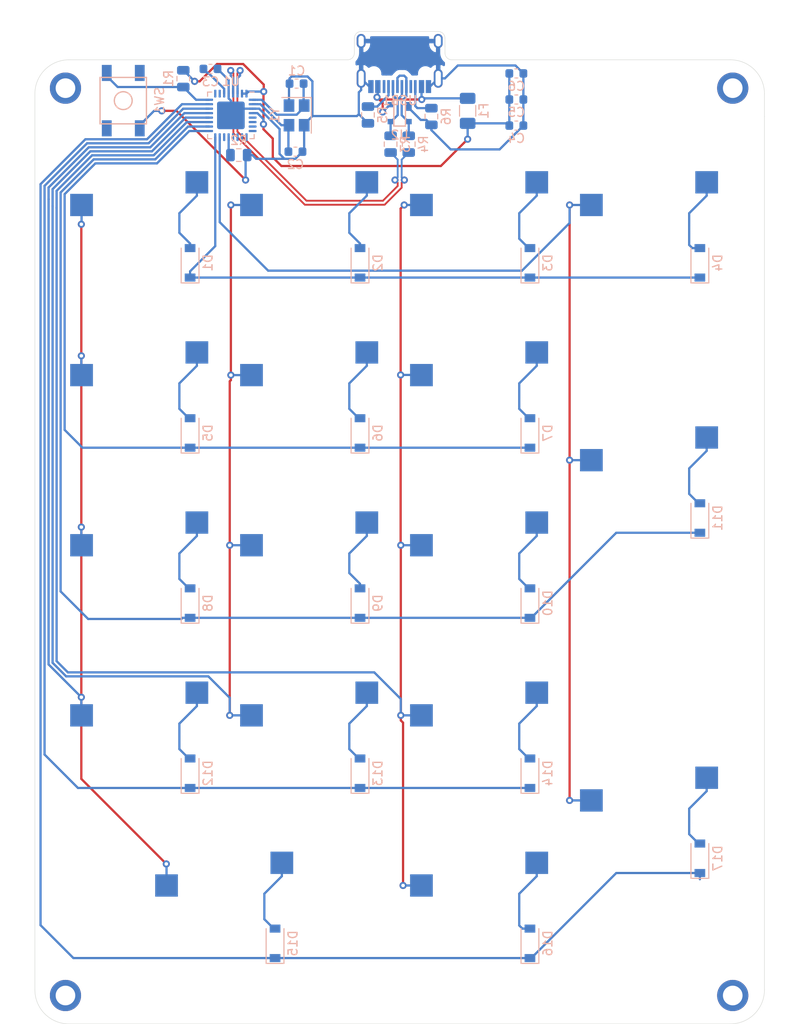
<source format=kicad_pcb>
(kicad_pcb (version 20171130) (host pcbnew "(5.1.4)-1")
  (layers (0 F.Cu signal) (31 B.Cu signal) (34 B.Paste user) (35 F.Paste user) (36 B.SilkS user) (37 F.SilkS user) (38 B.Mask user) (39 F.Mask user) (44 Edge.Cuts user))
  (net 0 "")
  (net 1 GND)
  (net 2 "Net-(C1-Pad1)")
  (net 3 "Net-(C2-Pad1)")
  (net 4 "Net-(C3-Pad1)")
  (net 5 +5V)
  (net 6 "Net-(D1-Pad2)")
  (net 7 ROW0)
  (net 8 "Net-(D2-Pad2)")
  (net 9 "Net-(D3-Pad2)")
  (net 10 "Net-(D4-Pad2)")
  (net 11 "Net-(D5-Pad2)")
  (net 12 ROW1)
  (net 13 "Net-(D6-Pad2)")
  (net 14 "Net-(D7-Pad2)")
  (net 15 "Net-(D8-Pad2)")
  (net 16 ROW2)
  (net 17 "Net-(D9-Pad2)")
  (net 18 "Net-(D10-Pad2)")
  (net 19 "Net-(D11-Pad2)")
  (net 20 "Net-(D12-Pad2)")
  (net 21 ROW3)
  (net 22 "Net-(D13-Pad2)")
  (net 23 "Net-(D14-Pad2)")
  (net 24 "Net-(D15-Pad2)")
  (net 25 ROW4)
  (net 26 "Net-(D16-Pad2)")
  (net 27 "Net-(D17-Pad2)")
  (net 28 VCC)
  (net 29 COL0)
  (net 30 COL2)
  (net 31 COL1)
  (net 32 COL3)
  (net 33 "Net-(R1-Pad2)")
  (net 34 "Net-(R2-Pad2)")
  (net 35 "Net-(R3-Pad2)")
  (net 36 D-)
  (net 37 "Net-(R4-Pad2)")
  (net 38 D+)
  (net 39 "Net-(R5-Pad2)")
  (net 40 "Net-(R6-Pad2)")
  (net 41 "Net-(U1-Pad26)")
  (net 42 "Net-(U1-Pad25)")
  (net 43 "Net-(U1-Pad12)")
  (net 44 "Net-(U1-Pad11)")
  (net 45 "Net-(U1-Pad10)")
  (net 46 "Net-(U1-Pad9)")
  (net 47 "Net-(U1-Pad8)")
  (net 48 "Net-(U1-Pad7)")
  (net 49 "Net-(U1-Pad6)")
  (net 50 "Net-(USB1-Pad3)")
  (net 51 "Net-(USB1-Pad9)")
  (net 52 "Net-(U1-Pad5)")
  (net 53 "Net-(U1-Pad14)")
  (module random-keyboard-parts:Generic-Mounthole (layer F.Cu) (at 114.681 142.875)
    (fp_text reference REF**)
    (fp_text value Generic-Mounthole)
    (pad 1 thru_hole circle (at 0 0) (size 3.5 3.5) (drill 2.2) (layers *.Cu *.Mask))
  )
  (module random-keyboard-parts:Generic-Mounthole (layer F.Cu) (at 189.484 142.875)
    (fp_text reference REF**)
    (fp_text value Generic-Mounthole)
    (pad 1 thru_hole circle (at 0 0) (size 3.5 3.5) (drill 2.2) (layers *.Cu *.Mask))
  )
  (module random-keyboard-parts:Generic-Mounthole (layer F.Cu) (at 189.484 41.275)
    (fp_text reference REF**)
    (fp_text value Generic-Mounthole)
    (pad 1 thru_hole circle (at 0 0) (size 3.5 3.5) (drill 2.2) (layers *.Cu *.Mask))
  )
  (module random-keyboard-parts:Generic-Mounthole (layer F.Cu) (at 114.681 41.275)
    (fp_text reference REF**)
    (fp_text value Generic-Mounthole)
    (pad 1 thru_hole circle (at 0 0) (size 3.5 3.5) (drill 2.2) (layers *.Cu *.Mask))
  )
  (module MX_Only:MXOnly-1U-Hotswap (layer F.Cu) (at 123.571 56.896)
    (fp_text reference K_numLock1)
    (fp_text value MX-NoLED)
    (pad 2 smd rect (at 5.842 -5.08) (size 2.55 2.5) (layers B.Cu B.Paste B.Mask) (net 6 "Net-(D1-Pad2)"))
    (pad 1 smd rect (at -7.085 -2.54) (size 2.55 2.5) (layers B.Cu B.Paste B.Mask) (net 29 COL0))
    (pad "" np_thru_hole circle (at 5.08 0 48.0996) (size 1.75 1.75) (drill 1.75) (layers *.Cu *.Mask))
    (pad "" np_thru_hole circle (at -5.08 0 48.0996) (size 1.75 1.75) (drill 1.75) (layers *.Cu *.Mask))
    (pad "" np_thru_hole circle (at -3.81 -2.54) (size 3 3) (drill 3) (layers *.Cu *.Mask))
    (pad "" np_thru_hole circle (at 0 0) (size 3.9878 3.9878) (drill 3.9878) (layers *.Cu *.Mask))
    (pad "" np_thru_hole circle (at 2.54 -5.08) (size 3 3) (drill 3) (layers *.Cu *.Mask))
  )
  (module MX_Only:MXOnly-1U-Hotswap (layer F.Cu) (at 142.621 56.896)
    (fp_text reference K_/1)
    (fp_text value MX-NoLED)
    (pad 2 smd rect (at 5.842 -5.08) (size 2.55 2.5) (layers B.Cu B.Paste B.Mask) (net 8 "Net-(D2-Pad2)"))
    (pad 1 smd rect (at -7.085 -2.54) (size 2.55 2.5) (layers B.Cu B.Paste B.Mask) (net 31 COL1))
    (pad "" np_thru_hole circle (at 5.08 0 48.0996) (size 1.75 1.75) (drill 1.75) (layers *.Cu *.Mask))
    (pad "" np_thru_hole circle (at -5.08 0 48.0996) (size 1.75 1.75) (drill 1.75) (layers *.Cu *.Mask))
    (pad "" np_thru_hole circle (at -3.81 -2.54) (size 3 3) (drill 3) (layers *.Cu *.Mask))
    (pad "" np_thru_hole circle (at 0 0) (size 3.9878 3.9878) (drill 3.9878) (layers *.Cu *.Mask))
    (pad "" np_thru_hole circle (at 2.54 -5.08) (size 3 3) (drill 3) (layers *.Cu *.Mask))
  )
  (module MX_Only:MXOnly-1U-Hotswap (layer F.Cu) (at 180.721 56.896)
    (fp_text reference K_-1)
    (fp_text value MX-NoLED)
    (pad 2 smd rect (at 5.842 -5.08) (size 2.55 2.5) (layers B.Cu B.Paste B.Mask) (net 10 "Net-(D4-Pad2)"))
    (pad 1 smd rect (at -7.085 -2.54) (size 2.55 2.5) (layers B.Cu B.Paste B.Mask) (net 32 COL3))
    (pad "" np_thru_hole circle (at 5.08 0 48.0996) (size 1.75 1.75) (drill 1.75) (layers *.Cu *.Mask))
    (pad "" np_thru_hole circle (at -5.08 0 48.0996) (size 1.75 1.75) (drill 1.75) (layers *.Cu *.Mask))
    (pad "" np_thru_hole circle (at -3.81 -2.54) (size 3 3) (drill 3) (layers *.Cu *.Mask))
    (pad "" np_thru_hole circle (at 0 0) (size 3.9878 3.9878) (drill 3.9878) (layers *.Cu *.Mask))
    (pad "" np_thru_hole circle (at 2.54 -5.08) (size 3 3) (drill 3) (layers *.Cu *.Mask))
  )
  (module Crystal:Crystal_SMD_3225-4Pin_3.2x2.5mm (layer B.Cu) (at 140.589 44.323 270)
    (fp_text reference Y1 (at 0 2.45 90) (layer B.SilkS) (effects (justify mirror)))
    (fp_text value Crystal_GND24_Small)
    (pad 4 smd rect (at -1.1 0.85 270) (size 1.4 1.2) (layers B.Cu B.Paste B.Mask) (net 1 GND))
    (pad 3 smd rect (at 1.1 0.85 270) (size 1.4 1.2) (layers B.Cu B.Paste B.Mask) (net 3 "Net-(C2-Pad1)"))
    (pad 2 smd rect (at 1.1 -0.85 270) (size 1.4 1.2) (layers B.Cu B.Paste B.Mask) (net 1 GND))
    (pad 1 smd rect (at -1.1 -0.85 270) (size 1.4 1.2) (layers B.Cu B.Paste B.Mask) (net 2 "Net-(C1-Pad1)"))
  )
  (module Type-C:HRO-TYPE-C-31-M-12 (layer B.Cu) (at 152.146 33.401)
    (fp_text reference USB1 (at 0 9.25) (layer B.SilkS) (effects (justify mirror)))
    (fp_text value HRO-TYPE-C-31-M-12)
    (pad 12 smd rect (at 3.225 7.695) (size 0.6 1.45) (layers B.Cu B.Paste B.Mask) (net 1 GND))
    (pad 1 smd rect (at -3.225 7.695) (size 0.6 1.45) (layers B.Cu B.Paste B.Mask) (net 1 GND))
    (pad 11 smd rect (at 2.45 7.695) (size 0.6 1.45) (layers B.Cu B.Paste B.Mask) (net 28 VCC))
    (pad 2 smd rect (at -2.45 7.695) (size 0.6 1.45) (layers B.Cu B.Paste B.Mask) (net 28 VCC))
    (pad 3 smd rect (at -1.75 7.695) (size 0.3 1.45) (layers B.Cu B.Paste B.Mask) (net 50 "Net-(USB1-Pad3)"))
    (pad 10 smd rect (at 1.75 7.695) (size 0.3 1.45) (layers B.Cu B.Paste B.Mask) (net 40 "Net-(R6-Pad2)"))
    (pad 4 smd rect (at -1.25 7.695) (size 0.3 1.45) (layers B.Cu B.Paste B.Mask) (net 39 "Net-(R5-Pad2)"))
    (pad 9 smd rect (at 1.25 7.695) (size 0.3 1.45) (layers B.Cu B.Paste B.Mask) (net 51 "Net-(USB1-Pad9)"))
    (pad 5 smd rect (at -0.75 7.695) (size 0.3 1.45) (layers B.Cu B.Paste B.Mask) (net 35 "Net-(R3-Pad2)"))
    (pad 8 smd rect (at 0.75 7.695) (size 0.3 1.45) (layers B.Cu B.Paste B.Mask) (net 37 "Net-(R4-Pad2)"))
    (pad 7 smd rect (at 0.25 7.695) (size 0.3 1.45) (layers B.Cu B.Paste B.Mask) (net 35 "Net-(R3-Pad2)"))
    (pad 6 smd rect (at -0.25 7.695) (size 0.3 1.45) (layers B.Cu B.Paste B.Mask) (net 37 "Net-(R4-Pad2)"))
    (pad "" np_thru_hole circle (at 2.89 6.25) (size 0.65 0.65) (drill 0.65) (layers *.Cu *.Mask))
    (pad "" np_thru_hole circle (at -2.89 6.25) (size 0.65 0.65) (drill 0.65) (layers *.Cu *.Mask))
    (pad 13 thru_hole oval (at -4.32 6.78) (size 1 2.1) (drill oval 0.6 1.7) (layers *.Cu F.Mask) (net 1 GND))
    (pad 13 thru_hole oval (at 4.32 6.78) (size 1 2.1) (drill oval 0.6 1.7) (layers *.Cu F.Mask) (net 1 GND))
    (pad 13 thru_hole oval (at -4.32 2.6) (size 1 1.6) (drill oval 0.6 1.2) (layers *.Cu F.Mask) (net 1 GND))
    (pad 13 thru_hole oval (at 4.32 2.6) (size 1 1.6) (drill oval 0.6 1.2) (layers *.Cu F.Mask) (net 1 GND))
  )
  (module random-keyboard-parts:SOT143B (layer B.Cu) (at 152.146 44.069 180)
    (fp_text reference U2 (at 0 -2.45) (layer B.SilkS) (effects (justify mirror)))
    (fp_text value PRTR5V0U2X)
    (pad 1 smd rect (at -1 0.75 270) (size 1 0.7) (layers B.Cu B.Paste B.Mask) (net 1 GND))
    (pad 4 smd rect (at 1 0.95 270) (size 0.6 0.7) (layers B.Cu B.Paste B.Mask) (net 28 VCC))
    (pad 2 smd rect (at -1 -0.95 270) (size 0.6 0.7) (layers B.Cu B.Paste B.Mask) (net 37 "Net-(R4-Pad2)"))
    (pad 3 smd rect (at 1 -0.95 270) (size 0.6 0.7) (layers B.Cu B.Paste B.Mask) (net 35 "Net-(R3-Pad2)"))
  )
  (module Package_DFN_QFN:QFN-32-1EP_5x5mm_P0.5mm_EP3.1x3.1mm (layer B.Cu) (at 133.223 44.323 180)
    (fp_text reference U1 (at 0 3.82) (layer B.SilkS) (effects (justify mirror)))
    (fp_text value ATmega32U2-MU)
    (pad 32 smd roundrect (at -1.75 2.4375 180) (size 0.25 0.875) (layers B.Cu B.Paste B.Mask) (net 5 +5V))
    (pad 31 smd roundrect (at -1.25 2.4375 180) (size 0.25 0.875) (layers B.Cu B.Paste B.Mask) (net 5 +5V))
    (pad 30 smd roundrect (at -0.75 2.4375 180) (size 0.25 0.875) (layers B.Cu B.Paste B.Mask) (net 36 D-))
    (pad 29 smd roundrect (at -0.25 2.4375 180) (size 0.25 0.875) (layers B.Cu B.Paste B.Mask) (net 38 D+))
    (pad 28 smd roundrect (at 0.25 2.4375 180) (size 0.25 0.875) (layers B.Cu B.Paste B.Mask) (net 1 GND))
    (pad 27 smd roundrect (at 0.75 2.4375 180) (size 0.25 0.875) (layers B.Cu B.Paste B.Mask) (net 4 "Net-(C3-Pad1)"))
    (pad 26 smd roundrect (at 1.25 2.4375 180) (size 0.25 0.875) (layers B.Cu B.Paste B.Mask) (net 41 "Net-(U1-Pad26)"))
    (pad 25 smd roundrect (at 1.75 2.4375 180) (size 0.25 0.875) (layers B.Cu B.Paste B.Mask) (net 42 "Net-(U1-Pad25)"))
    (pad 24 smd roundrect (at 2.4375 1.75 180) (size 0.875 0.25) (layers B.Cu B.Paste B.Mask) (net 33 "Net-(R1-Pad2)"))
    (pad 23 smd roundrect (at 2.4375 1.25 180) (size 0.875 0.25) (layers B.Cu B.Paste B.Mask) (net 25 ROW4))
    (pad 22 smd roundrect (at 2.4375 0.75 180) (size 0.875 0.25) (layers B.Cu B.Paste B.Mask) (net 21 ROW3))
    (pad 21 smd roundrect (at 2.4375 0.25 180) (size 0.875 0.25) (layers B.Cu B.Paste B.Mask) (net 29 COL0))
    (pad 20 smd roundrect (at 2.4375 -0.25 180) (size 0.875 0.25) (layers B.Cu B.Paste B.Mask) (net 31 COL1))
    (pad 19 smd roundrect (at 2.4375 -0.75 180) (size 0.875 0.25) (layers B.Cu B.Paste B.Mask) (net 30 COL2))
    (pad 18 smd roundrect (at 2.4375 -1.25 180) (size 0.875 0.25) (layers B.Cu B.Paste B.Mask) (net 16 ROW2))
    (pad 17 smd roundrect (at 2.4375 -1.75 180) (size 0.875 0.25) (layers B.Cu B.Paste B.Mask) (net 12 ROW1))
    (pad 16 smd roundrect (at 1.75 -2.4375 180) (size 0.25 0.875) (layers B.Cu B.Paste B.Mask) (net 7 ROW0))
    (pad 15 smd roundrect (at 1.25 -2.4375 180) (size 0.25 0.875) (layers B.Cu B.Paste B.Mask) (net 32 COL3))
    (pad 14 smd roundrect (at 0.75 -2.4375 180) (size 0.25 0.875) (layers B.Cu B.Paste B.Mask) (net 53 "Net-(U1-Pad14)"))
    (pad 13 smd roundrect (at 0.25 -2.4375 180) (size 0.25 0.875) (layers B.Cu B.Paste B.Mask) (net 34 "Net-(R2-Pad2)"))
    (pad 12 smd roundrect (at -0.25 -2.4375 180) (size 0.25 0.875) (layers B.Cu B.Paste B.Mask) (net 43 "Net-(U1-Pad12)"))
    (pad 11 smd roundrect (at -0.75 -2.4375 180) (size 0.25 0.875) (layers B.Cu B.Paste B.Mask) (net 44 "Net-(U1-Pad11)"))
    (pad 10 smd roundrect (at -1.25 -2.4375 180) (size 0.25 0.875) (layers B.Cu B.Paste B.Mask) (net 45 "Net-(U1-Pad10)"))
    (pad 9 smd roundrect (at -1.75 -2.4375 180) (size 0.25 0.875) (layers B.Cu B.Paste B.Mask) (net 46 "Net-(U1-Pad9)"))
    (pad 8 smd roundrect (at -2.4375 -1.75 180) (size 0.875 0.25) (layers B.Cu B.Paste B.Mask) (net 47 "Net-(U1-Pad8)"))
    (pad 7 smd roundrect (at -2.4375 -1.25 180) (size 0.875 0.25) (layers B.Cu B.Paste B.Mask) (net 48 "Net-(U1-Pad7)"))
    (pad 6 smd roundrect (at -2.4375 -0.75 180) (size 0.875 0.25) (layers B.Cu B.Paste B.Mask) (net 49 "Net-(U1-Pad6)"))
    (pad 5 smd roundrect (at -2.4375 -0.25 180) (size 0.875 0.25) (layers B.Cu B.Paste B.Mask) (net 52 "Net-(U1-Pad5)"))
    (pad 4 smd roundrect (at -2.4375 0.25 180) (size 0.875 0.25) (layers B.Cu B.Paste B.Mask) (net 5 +5V))
    (pad 3 smd roundrect (at -2.4375 0.75 180) (size 0.875 0.25) (layers B.Cu B.Paste B.Mask) (net 1 GND))
    (pad 2 smd roundrect (at -2.4375 1.25 180) (size 0.875 0.25) (layers B.Cu B.Paste B.Mask) (net 3 "Net-(C2-Pad1)"))
    (pad 1 smd roundrect (at -2.4375 1.75 180) (size 0.875 0.25) (layers B.Cu B.Paste B.Mask) (net 2 "Net-(C1-Pad1)"))
    (pad 33 smd roundrect (at 0 0 180) (size 3.1 3.1) (layers B.Cu B.Mask) (roundrect_rratio 0.08064499999999999) (net 1 GND))
  )
  (module random-keyboard-parts:SKQG-1155865 (layer B.Cu) (at 121.158 42.672 270)
    (fp_text reference SW1 (at 0 -4.064 90) (layer B.SilkS) (effects (justify mirror)))
    (fp_text value SW_Push)
    (pad 4 smd rect (at -3.1 -1.85 270) (size 1.8 1.1) (layers B.Cu B.Paste B.Mask))
    (pad 3 smd rect (at 3.1 1.85 270) (size 1.8 1.1) (layers B.Cu B.Paste B.Mask))
    (pad 2 smd rect (at -3.1 1.85 270) (size 1.8 1.1) (layers B.Cu B.Paste B.Mask) (net 33 "Net-(R1-Pad2)"))
    (pad 1 smd rect (at 3.1 -1.85 270) (size 1.8 1.1) (layers B.Cu B.Paste B.Mask) (net 1 GND))
  )
  (module Resistor_SMD:R_0805_2012Metric (layer B.Cu) (at 155.702 44.45 90)
    (fp_text reference R6 (at 0 1.65 90) (layer B.SilkS) (effects (justify mirror)))
    (fp_text value 5.1k)
    (pad 2 smd roundrect (at 0.9375 0 90) (size 0.975 1.4) (layers B.Cu B.Paste B.Mask) (net 40 "Net-(R6-Pad2)"))
    (pad 1 smd roundrect (at -0.9375 0 90) (size 0.975 1.4) (layers B.Cu B.Paste B.Mask) (net 1 GND))
  )
  (module Resistor_SMD:R_0805_2012Metric (layer B.Cu) (at 148.59 44.2745 90)
    (fp_text reference R5 (at 0 1.65 90) (layer B.SilkS) (effects (justify mirror)))
    (fp_text value 5.1k)
    (pad 2 smd roundrect (at 0.9375 0 90) (size 0.975 1.4) (layers B.Cu B.Paste B.Mask) (net 39 "Net-(R5-Pad2)"))
    (pad 1 smd roundrect (at -0.9375 0 90) (size 0.975 1.4) (layers B.Cu B.Paste B.Mask) (net 1 GND))
  )
  (module Resistor_SMD:R_0805_2012Metric (layer B.Cu) (at 153.162 47.5465 90)
    (fp_text reference R4 (at 0 1.65 90) (layer B.SilkS) (effects (justify mirror)))
    (fp_text value 22)
    (pad 2 smd roundrect (at 0.9375 0 90) (size 0.975 1.4) (layers B.Cu B.Paste B.Mask) (net 37 "Net-(R4-Pad2)"))
    (pad 1 smd roundrect (at -0.9375 0 90) (size 0.975 1.4) (layers B.Cu B.Paste B.Mask) (net 38 D+))
  )
  (module Resistor_SMD:R_0805_2012Metric (layer B.Cu) (at 151.13 47.5465 90)
    (fp_text reference R3 (at 0 1.65 90) (layer B.SilkS) (effects (justify mirror)))
    (fp_text value 22)
    (pad 2 smd roundrect (at 0.9375 0 90) (size 0.975 1.4) (layers B.Cu B.Paste B.Mask) (net 35 "Net-(R3-Pad2)"))
    (pad 1 smd roundrect (at -0.9375 0 90) (size 0.975 1.4) (layers B.Cu B.Paste B.Mask) (net 36 D-))
  )
  (module Resistor_SMD:R_0805_2012Metric (layer B.Cu) (at 134.112 48.768 180)
    (fp_text reference R2 (at 0 1.65) (layer B.SilkS) (effects (justify mirror)))
    (fp_text value 1k)
    (pad 2 smd roundrect (at 0.9375 0 180) (size 0.975 1.4) (layers B.Cu B.Paste B.Mask) (net 34 "Net-(R2-Pad2)"))
    (pad 1 smd roundrect (at -0.9375 0 180) (size 0.975 1.4) (layers B.Cu B.Paste B.Mask) (net 1 GND))
  )
  (module Resistor_SMD:R_0805_2012Metric (layer B.Cu) (at 127.889 40.2105 270)
    (fp_text reference R1 (at 0 1.65 270) (layer B.SilkS) (effects (justify mirror)))
    (fp_text value 10k)
    (pad 2 smd roundrect (at 0.9375 0 270) (size 0.975 1.4) (layers B.Cu B.Paste B.Mask) (net 33 "Net-(R1-Pad2)"))
    (pad 1 smd roundrect (at -0.9375 0 270) (size 0.975 1.4) (layers B.Cu B.Paste B.Mask) (net 5 +5V))
  )
  (module MX_2U_Hotswap_Vertical:MX-2U-Hotswap-Vertical (layer F.Cu) (at 180.721 123.571)
    (fp_text reference K_enter1)
    (fp_text value MX-NoLED)
    (pad "" np_thru_hole circle (at 8.255 11.938 90) (size 3.9878 3.9878) (drill 3.9878) (layers *.Cu *.Mask))
    (pad "" np_thru_hole circle (at 8.255 -11.938 90) (size 3.9878 3.9878) (drill 3.9878) (layers *.Cu *.Mask))
    (pad "" np_thru_hole circle (at -6.985 11.938 90) (size 3.048 3.048) (drill 3.048) (layers *.Cu *.Mask))
    (pad "" np_thru_hole circle (at -6.985 -11.938 90) (size 3.048 3.048) (drill 3.048) (layers *.Cu *.Mask))
    (pad 2 smd rect (at 5.842 -5.08) (size 2.55 2.5) (layers B.Cu B.Paste B.Mask) (net 27 "Net-(D17-Pad2)"))
    (pad 1 smd rect (at -7.085 -2.54) (size 2.55 2.5) (layers B.Cu B.Paste B.Mask) (net 32 COL3))
    (pad "" np_thru_hole circle (at 5.08 0 48.0996) (size 1.75 1.75) (drill 1.75) (layers *.Cu *.Mask))
    (pad "" np_thru_hole circle (at -5.08 0 48.0996) (size 1.75 1.75) (drill 1.75) (layers *.Cu *.Mask))
    (pad "" np_thru_hole circle (at -3.81 -2.54) (size 3 3) (drill 3) (layers *.Cu *.Mask))
    (pad "" np_thru_hole circle (at 0 0) (size 3.9878 3.9878) (drill 3.9878) (layers *.Cu *.Mask))
    (pad "" np_thru_hole circle (at 2.54 -5.08) (size 3 3) (drill 3) (layers *.Cu *.Mask))
  )
  (module MX_2U_Hotswap_Vertical:MX-2U-Hotswap-Vertical (layer F.Cu) (at 180.721 85.471)
    (fp_text reference K_+1)
    (fp_text value MX-NoLED)
    (pad "" np_thru_hole circle (at 8.255 11.938 90) (size 3.9878 3.9878) (drill 3.9878) (layers *.Cu *.Mask))
    (pad "" np_thru_hole circle (at 8.255 -11.938 90) (size 3.9878 3.9878) (drill 3.9878) (layers *.Cu *.Mask))
    (pad "" np_thru_hole circle (at -6.985 11.938 90) (size 3.048 3.048) (drill 3.048) (layers *.Cu *.Mask))
    (pad "" np_thru_hole circle (at -6.985 -11.938 90) (size 3.048 3.048) (drill 3.048) (layers *.Cu *.Mask))
    (pad 2 smd rect (at 5.842 -5.08) (size 2.55 2.5) (layers B.Cu B.Paste B.Mask) (net 19 "Net-(D11-Pad2)"))
    (pad 1 smd rect (at -7.085 -2.54) (size 2.55 2.5) (layers B.Cu B.Paste B.Mask) (net 32 COL3))
    (pad "" np_thru_hole circle (at 5.08 0 48.0996) (size 1.75 1.75) (drill 1.75) (layers *.Cu *.Mask))
    (pad "" np_thru_hole circle (at -5.08 0 48.0996) (size 1.75 1.75) (drill 1.75) (layers *.Cu *.Mask))
    (pad "" np_thru_hole circle (at -3.81 -2.54) (size 3 3) (drill 3) (layers *.Cu *.Mask))
    (pad "" np_thru_hole circle (at 0 0) (size 3.9878 3.9878) (drill 3.9878) (layers *.Cu *.Mask))
    (pad "" np_thru_hole circle (at 2.54 -5.08) (size 3 3) (drill 3) (layers *.Cu *.Mask))
  )
  (module MX_Only:MXOnly-1U-Hotswap (layer F.Cu) (at 161.671 56.896)
    (fp_text reference K_*1)
    (fp_text value MX-NoLED)
    (pad 2 smd rect (at 5.842 -5.08) (size 2.55 2.5) (layers B.Cu B.Paste B.Mask) (net 9 "Net-(D3-Pad2)"))
    (pad 1 smd rect (at -7.085 -2.54) (size 2.55 2.5) (layers B.Cu B.Paste B.Mask) (net 30 COL2))
    (pad "" np_thru_hole circle (at 5.08 0 48.0996) (size 1.75 1.75) (drill 1.75) (layers *.Cu *.Mask))
    (pad "" np_thru_hole circle (at -5.08 0 48.0996) (size 1.75 1.75) (drill 1.75) (layers *.Cu *.Mask))
    (pad "" np_thru_hole circle (at -3.81 -2.54) (size 3 3) (drill 3) (layers *.Cu *.Mask))
    (pad "" np_thru_hole circle (at 0 0) (size 3.9878 3.9878) (drill 3.9878) (layers *.Cu *.Mask))
    (pad "" np_thru_hole circle (at 2.54 -5.08) (size 3 3) (drill 3) (layers *.Cu *.Mask))
  )
  (module MX_Only:MXOnly-1U-Hotswap (layer F.Cu) (at 161.671 75.946)
    (fp_text reference K_9)
    (fp_text value MX-NoLED)
    (pad 2 smd rect (at 5.842 -5.08) (size 2.55 2.5) (layers B.Cu B.Paste B.Mask) (net 14 "Net-(D7-Pad2)"))
    (pad 1 smd rect (at -7.085 -2.54) (size 2.55 2.5) (layers B.Cu B.Paste B.Mask) (net 30 COL2))
    (pad "" np_thru_hole circle (at 5.08 0 48.0996) (size 1.75 1.75) (drill 1.75) (layers *.Cu *.Mask))
    (pad "" np_thru_hole circle (at -5.08 0 48.0996) (size 1.75 1.75) (drill 1.75) (layers *.Cu *.Mask))
    (pad "" np_thru_hole circle (at -3.81 -2.54) (size 3 3) (drill 3) (layers *.Cu *.Mask))
    (pad "" np_thru_hole circle (at 0 0) (size 3.9878 3.9878) (drill 3.9878) (layers *.Cu *.Mask))
    (pad "" np_thru_hole circle (at 2.54 -5.08) (size 3 3) (drill 3) (layers *.Cu *.Mask))
  )
  (module MX_Only:MXOnly-1U-Hotswap (layer F.Cu) (at 142.621 75.946)
    (fp_text reference K_8)
    (fp_text value MX-NoLED)
    (pad 2 smd rect (at 5.842 -5.08) (size 2.55 2.5) (layers B.Cu B.Paste B.Mask) (net 13 "Net-(D6-Pad2)"))
    (pad 1 smd rect (at -7.085 -2.54) (size 2.55 2.5) (layers B.Cu B.Paste B.Mask) (net 31 COL1))
    (pad "" np_thru_hole circle (at 5.08 0 48.0996) (size 1.75 1.75) (drill 1.75) (layers *.Cu *.Mask))
    (pad "" np_thru_hole circle (at -5.08 0 48.0996) (size 1.75 1.75) (drill 1.75) (layers *.Cu *.Mask))
    (pad "" np_thru_hole circle (at -3.81 -2.54) (size 3 3) (drill 3) (layers *.Cu *.Mask))
    (pad "" np_thru_hole circle (at 0 0) (size 3.9878 3.9878) (drill 3.9878) (layers *.Cu *.Mask))
    (pad "" np_thru_hole circle (at 2.54 -5.08) (size 3 3) (drill 3) (layers *.Cu *.Mask))
  )
  (module MX_Only:MXOnly-1U-Hotswap (layer F.Cu) (at 123.571 75.946)
    (fp_text reference K_7)
    (fp_text value MX-NoLED)
    (pad 2 smd rect (at 5.842 -5.08) (size 2.55 2.5) (layers B.Cu B.Paste B.Mask) (net 11 "Net-(D5-Pad2)"))
    (pad 1 smd rect (at -7.085 -2.54) (size 2.55 2.5) (layers B.Cu B.Paste B.Mask) (net 29 COL0))
    (pad "" np_thru_hole circle (at 5.08 0 48.0996) (size 1.75 1.75) (drill 1.75) (layers *.Cu *.Mask))
    (pad "" np_thru_hole circle (at -5.08 0 48.0996) (size 1.75 1.75) (drill 1.75) (layers *.Cu *.Mask))
    (pad "" np_thru_hole circle (at -3.81 -2.54) (size 3 3) (drill 3) (layers *.Cu *.Mask))
    (pad "" np_thru_hole circle (at 0 0) (size 3.9878 3.9878) (drill 3.9878) (layers *.Cu *.Mask))
    (pad "" np_thru_hole circle (at 2.54 -5.08) (size 3 3) (drill 3) (layers *.Cu *.Mask))
  )
  (module MX_Only:MXOnly-1U-Hotswap (layer F.Cu) (at 161.671 94.996)
    (fp_text reference K_6)
    (fp_text value MX-NoLED)
    (pad 2 smd rect (at 5.842 -5.08) (size 2.55 2.5) (layers B.Cu B.Paste B.Mask) (net 18 "Net-(D10-Pad2)"))
    (pad 1 smd rect (at -7.085 -2.54) (size 2.55 2.5) (layers B.Cu B.Paste B.Mask) (net 30 COL2))
    (pad "" np_thru_hole circle (at 5.08 0 48.0996) (size 1.75 1.75) (drill 1.75) (layers *.Cu *.Mask))
    (pad "" np_thru_hole circle (at -5.08 0 48.0996) (size 1.75 1.75) (drill 1.75) (layers *.Cu *.Mask))
    (pad "" np_thru_hole circle (at -3.81 -2.54) (size 3 3) (drill 3) (layers *.Cu *.Mask))
    (pad "" np_thru_hole circle (at 0 0) (size 3.9878 3.9878) (drill 3.9878) (layers *.Cu *.Mask))
    (pad "" np_thru_hole circle (at 2.54 -5.08) (size 3 3) (drill 3) (layers *.Cu *.Mask))
  )
  (module MX_Only:MXOnly-1U-Hotswap (layer F.Cu) (at 142.621 94.996)
    (fp_text reference K_5)
    (fp_text value MX-NoLED)
    (pad 2 smd rect (at 5.842 -5.08) (size 2.55 2.5) (layers B.Cu B.Paste B.Mask) (net 17 "Net-(D9-Pad2)"))
    (pad 1 smd rect (at -7.085 -2.54) (size 2.55 2.5) (layers B.Cu B.Paste B.Mask) (net 31 COL1))
    (pad "" np_thru_hole circle (at 5.08 0 48.0996) (size 1.75 1.75) (drill 1.75) (layers *.Cu *.Mask))
    (pad "" np_thru_hole circle (at -5.08 0 48.0996) (size 1.75 1.75) (drill 1.75) (layers *.Cu *.Mask))
    (pad "" np_thru_hole circle (at -3.81 -2.54) (size 3 3) (drill 3) (layers *.Cu *.Mask))
    (pad "" np_thru_hole circle (at 0 0) (size 3.9878 3.9878) (drill 3.9878) (layers *.Cu *.Mask))
    (pad "" np_thru_hole circle (at 2.54 -5.08) (size 3 3) (drill 3) (layers *.Cu *.Mask))
  )
  (module MX_Only:MXOnly-1U-Hotswap (layer F.Cu) (at 123.571 94.996)
    (fp_text reference K_4)
    (fp_text value MX-NoLED)
    (pad 2 smd rect (at 5.842 -5.08) (size 2.55 2.5) (layers B.Cu B.Paste B.Mask) (net 15 "Net-(D8-Pad2)"))
    (pad 1 smd rect (at -7.085 -2.54) (size 2.55 2.5) (layers B.Cu B.Paste B.Mask) (net 29 COL0))
    (pad "" np_thru_hole circle (at 5.08 0 48.0996) (size 1.75 1.75) (drill 1.75) (layers *.Cu *.Mask))
    (pad "" np_thru_hole circle (at -5.08 0 48.0996) (size 1.75 1.75) (drill 1.75) (layers *.Cu *.Mask))
    (pad "" np_thru_hole circle (at -3.81 -2.54) (size 3 3) (drill 3) (layers *.Cu *.Mask))
    (pad "" np_thru_hole circle (at 0 0) (size 3.9878 3.9878) (drill 3.9878) (layers *.Cu *.Mask))
    (pad "" np_thru_hole circle (at 2.54 -5.08) (size 3 3) (drill 3) (layers *.Cu *.Mask))
  )
  (module MX_Only:MXOnly-1U-Hotswap (layer F.Cu) (at 161.671 114.046)
    (fp_text reference K_3)
    (fp_text value MX-NoLED)
    (pad 2 smd rect (at 5.842 -5.08) (size 2.55 2.5) (layers B.Cu B.Paste B.Mask) (net 23 "Net-(D14-Pad2)"))
    (pad 1 smd rect (at -7.085 -2.54) (size 2.55 2.5) (layers B.Cu B.Paste B.Mask) (net 30 COL2))
    (pad "" np_thru_hole circle (at 5.08 0 48.0996) (size 1.75 1.75) (drill 1.75) (layers *.Cu *.Mask))
    (pad "" np_thru_hole circle (at -5.08 0 48.0996) (size 1.75 1.75) (drill 1.75) (layers *.Cu *.Mask))
    (pad "" np_thru_hole circle (at -3.81 -2.54) (size 3 3) (drill 3) (layers *.Cu *.Mask))
    (pad "" np_thru_hole circle (at 0 0) (size 3.9878 3.9878) (drill 3.9878) (layers *.Cu *.Mask))
    (pad "" np_thru_hole circle (at 2.54 -5.08) (size 3 3) (drill 3) (layers *.Cu *.Mask))
  )
  (module MX_Only:MXOnly-1U-Hotswap (layer F.Cu) (at 142.621 114.046)
    (fp_text reference K_2)
    (fp_text value MX-NoLED)
    (pad 2 smd rect (at 5.842 -5.08) (size 2.55 2.5) (layers B.Cu B.Paste B.Mask) (net 22 "Net-(D13-Pad2)"))
    (pad 1 smd rect (at -7.085 -2.54) (size 2.55 2.5) (layers B.Cu B.Paste B.Mask) (net 31 COL1))
    (pad "" np_thru_hole circle (at 5.08 0 48.0996) (size 1.75 1.75) (drill 1.75) (layers *.Cu *.Mask))
    (pad "" np_thru_hole circle (at -5.08 0 48.0996) (size 1.75 1.75) (drill 1.75) (layers *.Cu *.Mask))
    (pad "" np_thru_hole circle (at -3.81 -2.54) (size 3 3) (drill 3) (layers *.Cu *.Mask))
    (pad "" np_thru_hole circle (at 0 0) (size 3.9878 3.9878) (drill 3.9878) (layers *.Cu *.Mask))
    (pad "" np_thru_hole circle (at 2.54 -5.08) (size 3 3) (drill 3) (layers *.Cu *.Mask))
  )
  (module MX_Only:MXOnly-1U-Hotswap (layer F.Cu) (at 123.571 114.046)
    (fp_text reference K_1)
    (fp_text value MX-NoLED)
    (pad 2 smd rect (at 5.842 -5.08) (size 2.55 2.5) (layers B.Cu B.Paste B.Mask) (net 20 "Net-(D12-Pad2)"))
    (pad 1 smd rect (at -7.085 -2.54) (size 2.55 2.5) (layers B.Cu B.Paste B.Mask) (net 29 COL0))
    (pad "" np_thru_hole circle (at 5.08 0 48.0996) (size 1.75 1.75) (drill 1.75) (layers *.Cu *.Mask))
    (pad "" np_thru_hole circle (at -5.08 0 48.0996) (size 1.75 1.75) (drill 1.75) (layers *.Cu *.Mask))
    (pad "" np_thru_hole circle (at -3.81 -2.54) (size 3 3) (drill 3) (layers *.Cu *.Mask))
    (pad "" np_thru_hole circle (at 0 0) (size 3.9878 3.9878) (drill 3.9878) (layers *.Cu *.Mask))
    (pad "" np_thru_hole circle (at 2.54 -5.08) (size 3 3) (drill 3) (layers *.Cu *.Mask))
  )
  (module MX_Only:MXOnly-1U-Hotswap (layer F.Cu) (at 161.671 133.096)
    (fp_text reference K_.1)
    (fp_text value MX-NoLED)
    (pad 2 smd rect (at 5.842 -5.08) (size 2.55 2.5) (layers B.Cu B.Paste B.Mask) (net 26 "Net-(D16-Pad2)"))
    (pad 1 smd rect (at -7.085 -2.54) (size 2.55 2.5) (layers B.Cu B.Paste B.Mask) (net 30 COL2))
    (pad "" np_thru_hole circle (at 5.08 0 48.0996) (size 1.75 1.75) (drill 1.75) (layers *.Cu *.Mask))
    (pad "" np_thru_hole circle (at -5.08 0 48.0996) (size 1.75 1.75) (drill 1.75) (layers *.Cu *.Mask))
    (pad "" np_thru_hole circle (at -3.81 -2.54) (size 3 3) (drill 3) (layers *.Cu *.Mask))
    (pad "" np_thru_hole circle (at 0 0) (size 3.9878 3.9878) (drill 3.9878) (layers *.Cu *.Mask))
    (pad "" np_thru_hole circle (at 2.54 -5.08) (size 3 3) (drill 3) (layers *.Cu *.Mask))
  )
  (module MX_Only:MXOnly-2U-Hotswap (layer F.Cu) (at 133.096 133.096)
    (fp_text reference K_0)
    (fp_text value MX-NoLED)
    (pad "" np_thru_hole circle (at -11.938 8.255) (size 3.9878 3.9878) (drill 3.9878) (layers *.Cu *.Mask))
    (pad "" np_thru_hole circle (at 11.938 8.255) (size 3.9878 3.9878) (drill 3.9878) (layers *.Cu *.Mask))
    (pad "" np_thru_hole circle (at -11.938 -6.985) (size 3.048 3.048) (drill 3.048) (layers *.Cu *.Mask))
    (pad "" np_thru_hole circle (at 11.938 -6.985) (size 3.048 3.048) (drill 3.048) (layers *.Cu *.Mask))
    (pad 2 smd rect (at 5.842 -5.08) (size 2.55 2.5) (layers B.Cu B.Paste B.Mask) (net 24 "Net-(D15-Pad2)"))
    (pad 1 smd rect (at -7.085 -2.54) (size 2.55 2.5) (layers B.Cu B.Paste B.Mask) (net 29 COL0))
    (pad "" np_thru_hole circle (at 5.08 0 48.0996) (size 1.75 1.75) (drill 1.75) (layers *.Cu *.Mask))
    (pad "" np_thru_hole circle (at -5.08 0 48.0996) (size 1.75 1.75) (drill 1.75) (layers *.Cu *.Mask))
    (pad "" np_thru_hole circle (at -3.81 -2.54) (size 3 3) (drill 3) (layers *.Cu *.Mask))
    (pad "" np_thru_hole circle (at 0 0) (size 3.9878 3.9878) (drill 3.9878) (layers *.Cu *.Mask))
    (pad "" np_thru_hole circle (at 2.54 -5.08) (size 3 3) (drill 3) (layers *.Cu *.Mask))
  )
  (module Fuse:Fuse_1206_3216Metric (layer B.Cu) (at 159.766 43.815 90)
    (fp_text reference F1 (at 0 1.82 90) (layer B.SilkS) (effects (justify mirror)))
    (fp_text value 50mA)
    (pad 2 smd roundrect (at 1.4 0 90) (size 1.25 1.75) (layers B.Cu B.Paste B.Mask) (roundrect_rratio 0.2) (net 28 VCC))
    (pad 1 smd roundrect (at -1.4 0 90) (size 1.25 1.75) (layers B.Cu B.Paste B.Mask) (roundrect_rratio 0.2) (net 5 +5V))
  )
  (module Diode_SMD:D_SOD-123 (layer B.Cu) (at 185.801 127.508 90)
    (fp_text reference D17 (at 0 2 90) (layer B.SilkS) (effects (justify mirror)))
    (fp_text value D_Small)
    (pad 2 smd rect (at 1.65 0 90) (size 0.9 1.2) (layers B.Cu B.Paste B.Mask) (net 27 "Net-(D17-Pad2)"))
    (pad 1 smd rect (at -1.65 0 90) (size 0.9 1.2) (layers B.Cu B.Paste B.Mask) (net 25 ROW4))
  )
  (module Diode_SMD:D_SOD-123 (layer B.Cu) (at 166.751 137.033 90)
    (fp_text reference D16 (at 0 2 90) (layer B.SilkS) (effects (justify mirror)))
    (fp_text value D_Small)
    (pad 2 smd rect (at 1.65 0 90) (size 0.9 1.2) (layers B.Cu B.Paste B.Mask) (net 26 "Net-(D16-Pad2)"))
    (pad 1 smd rect (at -1.65 0 90) (size 0.9 1.2) (layers B.Cu B.Paste B.Mask) (net 25 ROW4))
  )
  (module Diode_SMD:D_SOD-123 (layer B.Cu) (at 138.176 137.033 90)
    (fp_text reference D15 (at 0 2 90) (layer B.SilkS) (effects (justify mirror)))
    (fp_text value D_Small)
    (pad 2 smd rect (at 1.65 0 90) (size 0.9 1.2) (layers B.Cu B.Paste B.Mask) (net 24 "Net-(D15-Pad2)"))
    (pad 1 smd rect (at -1.65 0 90) (size 0.9 1.2) (layers B.Cu B.Paste B.Mask) (net 25 ROW4))
  )
  (module Diode_SMD:D_SOD-123 (layer B.Cu) (at 166.751 117.983 90)
    (fp_text reference D14 (at 0 2 90) (layer B.SilkS) (effects (justify mirror)))
    (fp_text value D_Small)
    (pad 2 smd rect (at 1.65 0 90) (size 0.9 1.2) (layers B.Cu B.Paste B.Mask) (net 23 "Net-(D14-Pad2)"))
    (pad 1 smd rect (at -1.65 0 90) (size 0.9 1.2) (layers B.Cu B.Paste B.Mask) (net 21 ROW3))
  )
  (module Diode_SMD:D_SOD-123 (layer B.Cu) (at 147.701 117.983 90)
    (fp_text reference D13 (at 0 2 90) (layer B.SilkS) (effects (justify mirror)))
    (fp_text value D_Small)
    (pad 2 smd rect (at 1.65 0 90) (size 0.9 1.2) (layers B.Cu B.Paste B.Mask) (net 22 "Net-(D13-Pad2)"))
    (pad 1 smd rect (at -1.65 0 90) (size 0.9 1.2) (layers B.Cu B.Paste B.Mask) (net 21 ROW3))
  )
  (module Diode_SMD:D_SOD-123 (layer B.Cu) (at 128.651 117.983 90)
    (fp_text reference D12 (at 0 2 90) (layer B.SilkS) (effects (justify mirror)))
    (fp_text value D_Small)
    (pad 2 smd rect (at 1.65 0 90) (size 0.9 1.2) (layers B.Cu B.Paste B.Mask) (net 20 "Net-(D12-Pad2)"))
    (pad 1 smd rect (at -1.65 0 90) (size 0.9 1.2) (layers B.Cu B.Paste B.Mask) (net 21 ROW3))
  )
  (module Diode_SMD:D_SOD-123 (layer B.Cu) (at 185.801 89.408 90)
    (fp_text reference D11 (at 0 2 90) (layer B.SilkS) (effects (justify mirror)))
    (fp_text value D_Small)
    (pad 2 smd rect (at 1.65 0 90) (size 0.9 1.2) (layers B.Cu B.Paste B.Mask) (net 19 "Net-(D11-Pad2)"))
    (pad 1 smd rect (at -1.65 0 90) (size 0.9 1.2) (layers B.Cu B.Paste B.Mask) (net 16 ROW2))
  )
  (module Diode_SMD:D_SOD-123 (layer B.Cu) (at 166.751 98.933 90)
    (fp_text reference D10 (at 0 2 90) (layer B.SilkS) (effects (justify mirror)))
    (fp_text value D_Small)
    (pad 2 smd rect (at 1.65 0 90) (size 0.9 1.2) (layers B.Cu B.Paste B.Mask) (net 18 "Net-(D10-Pad2)"))
    (pad 1 smd rect (at -1.65 0 90) (size 0.9 1.2) (layers B.Cu B.Paste B.Mask) (net 16 ROW2))
  )
  (module Diode_SMD:D_SOD-123 (layer B.Cu) (at 147.701 98.933 90)
    (fp_text reference D9 (at 0 2 90) (layer B.SilkS) (effects (justify mirror)))
    (fp_text value D_Small)
    (pad 2 smd rect (at 1.65 0 90) (size 0.9 1.2) (layers B.Cu B.Paste B.Mask) (net 17 "Net-(D9-Pad2)"))
    (pad 1 smd rect (at -1.65 0 90) (size 0.9 1.2) (layers B.Cu B.Paste B.Mask) (net 16 ROW2))
  )
  (module Diode_SMD:D_SOD-123 (layer B.Cu) (at 128.651 98.933 90)
    (fp_text reference D8 (at 0 2 90) (layer B.SilkS) (effects (justify mirror)))
    (fp_text value D_Small)
    (pad 2 smd rect (at 1.65 0 90) (size 0.9 1.2) (layers B.Cu B.Paste B.Mask) (net 15 "Net-(D8-Pad2)"))
    (pad 1 smd rect (at -1.65 0 90) (size 0.9 1.2) (layers B.Cu B.Paste B.Mask) (net 16 ROW2))
  )
  (module Diode_SMD:D_SOD-123 (layer B.Cu) (at 166.751 79.883 90)
    (fp_text reference D7 (at 0 2 90) (layer B.SilkS) (effects (justify mirror)))
    (fp_text value D_Small)
    (pad 2 smd rect (at 1.65 0 90) (size 0.9 1.2) (layers B.Cu B.Paste B.Mask) (net 14 "Net-(D7-Pad2)"))
    (pad 1 smd rect (at -1.65 0 90) (size 0.9 1.2) (layers B.Cu B.Paste B.Mask) (net 12 ROW1))
  )
  (module Diode_SMD:D_SOD-123 (layer B.Cu) (at 147.701 79.883 90)
    (fp_text reference D6 (at 0 2 90) (layer B.SilkS) (effects (justify mirror)))
    (fp_text value D_Small)
    (pad 2 smd rect (at 1.65 0 90) (size 0.9 1.2) (layers B.Cu B.Paste B.Mask) (net 13 "Net-(D6-Pad2)"))
    (pad 1 smd rect (at -1.65 0 90) (size 0.9 1.2) (layers B.Cu B.Paste B.Mask) (net 12 ROW1))
  )
  (module Diode_SMD:D_SOD-123 (layer B.Cu) (at 128.651 79.883 90)
    (fp_text reference D5 (at 0 2 90) (layer B.SilkS) (effects (justify mirror)))
    (fp_text value D_Small)
    (pad 2 smd rect (at 1.65 0 90) (size 0.9 1.2) (layers B.Cu B.Paste B.Mask) (net 11 "Net-(D5-Pad2)"))
    (pad 1 smd rect (at -1.65 0 90) (size 0.9 1.2) (layers B.Cu B.Paste B.Mask) (net 12 ROW1))
  )
  (module Diode_SMD:D_SOD-123 (layer B.Cu) (at 185.801 60.833 90)
    (fp_text reference D4 (at 0 2 90) (layer B.SilkS) (effects (justify mirror)))
    (fp_text value D_Small)
    (pad 2 smd rect (at 1.65 0 90) (size 0.9 1.2) (layers B.Cu B.Paste B.Mask) (net 10 "Net-(D4-Pad2)"))
    (pad 1 smd rect (at -1.65 0 90) (size 0.9 1.2) (layers B.Cu B.Paste B.Mask) (net 7 ROW0))
  )
  (module Diode_SMD:D_SOD-123 (layer B.Cu) (at 166.751 60.833 90)
    (fp_text reference D3 (at 0 2 90) (layer B.SilkS) (effects (justify mirror)))
    (fp_text value D_Small)
    (pad 2 smd rect (at 1.65 0 90) (size 0.9 1.2) (layers B.Cu B.Paste B.Mask) (net 9 "Net-(D3-Pad2)"))
    (pad 1 smd rect (at -1.65 0 90) (size 0.9 1.2) (layers B.Cu B.Paste B.Mask) (net 7 ROW0))
  )
  (module Diode_SMD:D_SOD-123 (layer B.Cu) (at 147.701 60.833 90)
    (fp_text reference D2 (at 0 2 90) (layer B.SilkS) (effects (justify mirror)))
    (fp_text value D_Small)
    (pad 2 smd rect (at 1.65 0 90) (size 0.9 1.2) (layers B.Cu B.Paste B.Mask) (net 8 "Net-(D2-Pad2)"))
    (pad 1 smd rect (at -1.65 0 90) (size 0.9 1.2) (layers B.Cu B.Paste B.Mask) (net 7 ROW0))
  )
  (module Diode_SMD:D_SOD-123 (layer B.Cu) (at 128.651 60.833 90)
    (fp_text reference D1 (at 0 2 90) (layer B.SilkS) (effects (justify mirror)))
    (fp_text value D_Small)
    (pad 2 smd rect (at 1.65 0 90) (size 0.9 1.2) (layers B.Cu B.Paste B.Mask) (net 6 "Net-(D1-Pad2)"))
    (pad 1 smd rect (at -1.65 0 90) (size 0.9 1.2) (layers B.Cu B.Paste B.Mask) (net 7 ROW0))
  )
  (module Capacitor_SMD:C_0603_1608Metric (layer B.Cu) (at 165.227 39.624)
    (fp_text reference C6 (at 0 1.43) (layer B.SilkS) (effects (justify mirror)))
    (fp_text value 0.1uF)
    (pad 2 smd roundrect (at 0.7875 0) (size 0.875 0.95) (layers B.Cu B.Paste B.Mask) (net 1 GND))
    (pad 1 smd roundrect (at -0.7875 0) (size 0.875 0.95) (layers B.Cu B.Paste B.Mask) (net 5 +5V))
  )
  (module Capacitor_SMD:C_0603_1608Metric (layer B.Cu) (at 165.227 42.545)
    (fp_text reference C5 (at 0 1.43) (layer B.SilkS) (effects (justify mirror)))
    (fp_text value 0.1uF)
    (pad 2 smd roundrect (at 0.7875 0) (size 0.875 0.95) (layers B.Cu B.Paste B.Mask) (net 1 GND))
    (pad 1 smd roundrect (at -0.7875 0) (size 0.875 0.95) (layers B.Cu B.Paste B.Mask) (net 5 +5V))
  )
  (module Capacitor_SMD:C_0603_1608Metric (layer B.Cu) (at 165.227 45.466)
    (fp_text reference C4 (at 0 1.43 180) (layer B.SilkS) (effects (justify mirror)))
    (fp_text value 4.7uF)
    (pad 2 smd roundrect (at 0.7875 0) (size 0.875 0.95) (layers B.Cu B.Paste B.Mask) (net 1 GND))
    (pad 1 smd roundrect (at -0.7875 0) (size 0.875 0.95) (layers B.Cu B.Paste B.Mask) (net 5 +5V))
  )
  (module Capacitor_SMD:C_0603_1608Metric (layer B.Cu) (at 130.937 39.116)
    (fp_text reference C3 (at 0 1.43) (layer B.SilkS) (effects (justify mirror)))
    (fp_text value 1uF)
    (pad 2 smd roundrect (at 0.7875 0) (size 0.875 0.95) (layers B.Cu B.Paste B.Mask) (net 1 GND))
    (pad 1 smd roundrect (at -0.7875 0) (size 0.875 0.95) (layers B.Cu B.Paste B.Mask) (net 4 "Net-(C3-Pad1)"))
  )
  (module Capacitor_SMD:C_0603_1608Metric (layer B.Cu) (at 140.462 48.387)
    (fp_text reference C2 (at 0 1.43) (layer B.SilkS) (effects (justify mirror)))
    (fp_text value 22pF)
    (pad 2 smd roundrect (at 0.7875 0) (size 0.875 0.95) (layers B.Cu B.Paste B.Mask) (net 1 GND))
    (pad 1 smd roundrect (at -0.7875 0) (size 0.875 0.95) (layers B.Cu B.Paste B.Mask) (net 3 "Net-(C2-Pad1)"))
  )
  (module Capacitor_SMD:C_0603_1608Metric (layer B.Cu) (at 140.589 40.767 180)
    (fp_text reference C1 (at 0 1.43) (layer B.SilkS) (effects (justify mirror)))
    (fp_text value 22pF)
    (pad 2 smd roundrect (at 0.7875 0 180) (size 0.875 0.95) (layers B.Cu B.Paste B.Mask) (net 1 GND))
    (pad 1 smd roundrect (at -0.7875 0 180) (size 0.875 0.95) (layers B.Cu B.Paste B.Mask) (net 2 "Net-(C1-Pad1)"))
  )
  (gr_line (start 157.226 35.687) (end 157.226 36.576) (layer Edge.Cuts) (width 0.05))
  (gr_line (start 147.066 35.687) (end 147.066 36.576) (layer Edge.Cuts) (width 0.05))
  (gr_line (start 157.988 38.1) (end 189.23 38.1) (layer Edge.Cuts) (width 0.05))
  (gr_line (start 157.226 36.576) (end 157.226 37.338) (layer Edge.Cuts) (width 0.05))
  (gr_line (start 147.828 34.925) (end 156.464 34.925) (layer Edge.Cuts) (width 0.05))
  (gr_line (start 146.304 38.1) (end 115.062 38.1) (layer Edge.Cuts) (width 0.05))
  (gr_line (start 147.066 37.338) (end 147.066 36.576) (layer Edge.Cuts) (width 0.05))
  (gr_arc (start 146.304 37.338) (end 146.304 38.1) (angle -90) (layer Edge.Cuts) (width 0.05))
  (gr_arc (start 147.828 35.687) (end 147.828 34.925) (angle -90) (layer Edge.Cuts) (width 0.05))
  (gr_arc (start 156.464 35.687) (end 157.226 35.687) (angle -90) (layer Edge.Cuts) (width 0.05))
  (gr_arc (start 157.988 37.338) (end 157.226 37.338) (angle -90) (layer Edge.Cuts) (width 0.05))
  (gr_line (start 193.04 142.24) (end 193.04 44.45) (layer Edge.Cuts) (width 0.05))
  (gr_line (start 115.062 146.05) (end 189.23 146.05) (layer Edge.Cuts) (width 0.05))
  (gr_line (start 111.252 41.91) (end 111.252 142.24) (layer Edge.Cuts) (width 0.05))
  (gr_line (start 193.04 41.91) (end 193.04 44.45) (layer Edge.Cuts) (width 0.05))
  (gr_arc (start 189.23 41.91) (end 193.04 41.91) (angle -90) (layer Edge.Cuts) (width 0.05))
  (gr_arc (start 115.062 41.91) (end 115.062 38.1) (angle -90) (layer Edge.Cuts) (width 0.05))
  (gr_arc (start 115.062 142.24) (end 111.252 142.24) (angle -90) (layer Edge.Cuts) (width 0.05))
  (gr_arc (start 189.23 142.24) (end 189.23 146.05) (angle -90) (layer Edge.Cuts) (width 0.05))
  (segment (start 141.2495 45.6125) (end 141.439 45.423) (width 0.381) (layer B.Cu) (net 1))
  (segment (start 135.6605 43.573) (end 136.40259 43.573) (width 0.25) (layer B.Cu) (net 1))
  (segment (start 136.40259 43.573) (end 138.684 45.85441) (width 0.25) (layer B.Cu) (net 1))
  (segment (start 140.787888 48.848612) (end 141.2495 48.387) (width 0.25) (layer B.Cu) (net 1))
  (segment (start 140.44949 49.18701) (end 140.787888 48.848612) (width 0.25) (layer B.Cu) (net 1))
  (segment (start 139.230516 49.18701) (end 140.44949 49.18701) (width 0.25) (layer B.Cu) (net 1))
  (segment (start 138.684 48.640494) (end 139.230516 49.18701) (width 0.25) (layer B.Cu) (net 1))
  (segment (start 138.684 45.85441) (end 138.684 48.640494) (width 0.25) (layer B.Cu) (net 1))
  (segment (start 133.973 43.573) (end 135.6605 43.573) (width 0.25) (layer B.Cu) (net 1))
  (segment (start 133.223 44.323) (end 133.973 43.573) (width 0.25) (layer B.Cu) (net 1))
  (segment (start 132.973 42.423) (end 132.973 41.8855) (width 0.25) (layer B.Cu) (net 1))
  (segment (start 133.223 42.673) (end 132.973 42.423) (width 0.25) (layer B.Cu) (net 1))
  (segment (start 133.223 44.323) (end 133.223 42.673) (width 0.25) (layer B.Cu) (net 1))
  (segment (start 139.739 40.8295) (end 139.8015 40.767) (width 0.25) (layer B.Cu) (net 1))
  (segment (start 139.739 43.223) (end 139.739 40.8295) (width 0.25) (layer B.Cu) (net 1))
  (segment (start 141.439 48.1975) (end 141.2495 48.387) (width 0.25) (layer B.Cu) (net 1))
  (segment (start 141.439 45.423) (end 141.439 48.1975) (width 0.25) (layer B.Cu) (net 1))
  (segment (start 141.439 45.323) (end 141.439 45.423) (width 0.25) (layer B.Cu) (net 1))
  (segment (start 142.364001 44.397999) (end 141.439 45.323) (width 0.25) (layer B.Cu) (net 1))
  (segment (start 141.820484 39.96699) (end 142.364001 40.510507) (width 0.25) (layer B.Cu) (net 1))
  (segment (start 139.8015 40.192) (end 140.02651 39.96699) (width 0.25) (layer B.Cu) (net 1))
  (segment (start 142.364001 40.510507) (end 142.364001 44.397999) (width 0.25) (layer B.Cu) (net 1))
  (segment (start 140.02651 39.96699) (end 141.820484 39.96699) (width 0.25) (layer B.Cu) (net 1))
  (segment (start 139.8015 40.767) (end 139.8015 40.192) (width 0.25) (layer B.Cu) (net 1))
  (segment (start 136.05601 49.18701) (end 139.230516 49.18701) (width 0.25) (layer B.Cu) (net 1))
  (segment (start 135.637 48.768) (end 136.05601 49.18701) (width 0.25) (layer B.Cu) (net 1))
  (segment (start 135.0495 48.768) (end 135.637 48.768) (width 0.25) (layer B.Cu) (net 1))
  (segment (start 132.973 40.3645) (end 131.7245 39.116) (width 0.25) (layer B.Cu) (net 1))
  (segment (start 132.973 41.8855) (end 132.973 40.3645) (width 0.25) (layer B.Cu) (net 1))
  (segment (start 157.216 40.181) (end 156.466 40.181) (width 0.25) (layer B.Cu) (net 1))
  (segment (start 158.662 38.735) (end 157.216 40.181) (width 0.25) (layer B.Cu) (net 1))
  (segment (start 165.1255 38.735) (end 158.662 38.735) (width 0.25) (layer B.Cu) (net 1))
  (segment (start 166.0145 39.624) (end 165.1255 38.735) (width 0.25) (layer B.Cu) (net 1))
  (segment (start 166.0145 44.891) (end 166.0145 42.545) (width 0.25) (layer B.Cu) (net 1))
  (segment (start 166.0145 45.466) (end 166.0145 44.891) (width 0.25) (layer B.Cu) (net 1))
  (segment (start 166.0145 41.97) (end 166.0145 39.624) (width 0.25) (layer B.Cu) (net 1))
  (segment (start 166.0145 42.545) (end 166.0145 41.97) (width 0.25) (layer B.Cu) (net 1))
  (segment (start 155.551 41.096) (end 156.466 40.181) (width 0.25) (layer B.Cu) (net 1))
  (segment (start 155.371 41.096) (end 155.551 41.096) (width 0.25) (layer B.Cu) (net 1))
  (segment (start 148.741 41.096) (end 147.826 40.181) (width 0.25) (layer B.Cu) (net 1))
  (segment (start 148.921 41.096) (end 148.741 41.096) (width 0.25) (layer B.Cu) (net 1))
  (segment (start 147.826 41.481) (end 147.826 40.181) (width 0.25) (layer B.Cu) (net 1))
  (segment (start 147.56499 41.74201) (end 147.826 41.481) (width 0.25) (layer B.Cu) (net 1))
  (segment (start 147.56499 44.18699) (end 147.56499 41.74201) (width 0.25) (layer B.Cu) (net 1))
  (segment (start 148.59 45.212) (end 147.56499 44.18699) (width 0.25) (layer B.Cu) (net 1))
  (segment (start 155.145763 44.831263) (end 155.702 45.3875) (width 0.25) (layer B.Cu) (net 1))
  (segment (start 154.508263 44.831263) (end 155.145763 44.831263) (width 0.25) (layer B.Cu) (net 1))
  (segment (start 153.146 43.469) (end 154.508263 44.831263) (width 0.25) (layer B.Cu) (net 1))
  (segment (start 153.146 43.319) (end 153.146 43.469) (width 0.25) (layer B.Cu) (net 1))
  (via (at 125.476 43.815) (size 0.8) (drill 0.4) (layers F.Cu B.Cu) (net 1))
  (segment (start 124.615 43.815) (end 125.476 43.815) (width 0.25) (layer B.Cu) (net 1))
  (segment (start 123.008 45.772) (end 123.008 45.422) (width 0.25) (layer B.Cu) (net 1))
  (segment (start 123.008 45.422) (end 124.615 43.815) (width 0.25) (layer B.Cu) (net 1))
  (via (at 134.874 51.562) (size 0.8) (drill 0.4) (layers F.Cu B.Cu) (net 1))
  (segment (start 125.476 43.815) (end 127.127 43.815) (width 0.25) (layer F.Cu) (net 1))
  (segment (start 127.127 43.815) (end 134.874 51.562) (width 0.25) (layer F.Cu) (net 1))
  (segment (start 134.874 48.9435) (end 135.0495 48.768) (width 0.25) (layer B.Cu) (net 1))
  (segment (start 134.874 51.562) (end 134.874 48.9435) (width 0.25) (layer B.Cu) (net 1))
  (segment (start 147.353981 44.397999) (end 147.56499 44.18699) (width 0.25) (layer B.Cu) (net 1))
  (segment (start 142.364001 44.397999) (end 147.353981 44.397999) (width 0.25) (layer B.Cu) (net 1))
  (segment (start 155.702 45.975) (end 157.86 48.133) (width 0.25) (layer B.Cu) (net 1))
  (segment (start 155.702 45.3875) (end 155.702 45.975) (width 0.25) (layer B.Cu) (net 1))
  (segment (start 163.3475 48.133) (end 166.0145 45.466) (width 0.25) (layer B.Cu) (net 1))
  (segment (start 157.86 48.133) (end 163.3475 48.133) (width 0.25) (layer B.Cu) (net 1))
  (segment (start 136.198 42.573) (end 135.6605 42.573) (width 0.25) (layer B.Cu) (net 2))
  (segment (start 136.67541 42.573) (end 136.198 42.573) (width 0.25) (layer B.Cu) (net 2))
  (segment (start 138.350411 44.248001) (end 136.67541 42.573) (width 0.25) (layer B.Cu) (net 2))
  (segment (start 140.599001 44.248001) (end 138.350411 44.248001) (width 0.25) (layer B.Cu) (net 2))
  (segment (start 141.439 43.408002) (end 140.599001 44.248001) (width 0.25) (layer B.Cu) (net 2))
  (segment (start 141.439 43.223) (end 141.439 43.408002) (width 0.25) (layer B.Cu) (net 2))
  (segment (start 141.3765 43.1605) (end 141.439 43.223) (width 0.25) (layer B.Cu) (net 2))
  (segment (start 141.3765 40.767) (end 141.3765 43.1605) (width 0.25) (layer B.Cu) (net 2))
  (segment (start 139.6745 45.4875) (end 139.739 45.423) (width 0.25) (layer B.Cu) (net 3))
  (segment (start 139.6745 48.387) (end 139.6745 45.4875) (width 0.25) (layer B.Cu) (net 3))
  (segment (start 136.198 43.073) (end 135.6605 43.073) (width 0.25) (layer B.Cu) (net 3))
  (segment (start 136.539 43.073) (end 136.198 43.073) (width 0.25) (layer B.Cu) (net 3))
  (segment (start 138.889 45.423) (end 136.539 43.073) (width 0.25) (layer B.Cu) (net 3))
  (segment (start 139.739 45.423) (end 138.889 45.423) (width 0.25) (layer B.Cu) (net 3))
  (segment (start 130.611112 39.577612) (end 130.1495 39.116) (width 0.25) (layer B.Cu) (net 4))
  (segment (start 130.702612 39.577612) (end 130.611112 39.577612) (width 0.25) (layer B.Cu) (net 4))
  (segment (start 132.473 41.348) (end 130.702612 39.577612) (width 0.25) (layer B.Cu) (net 4))
  (segment (start 132.473 41.8855) (end 132.473 41.348) (width 0.25) (layer B.Cu) (net 4))
  (segment (start 164.1885 45.215) (end 164.4395 45.466) (width 0.25) (layer B.Cu) (net 5))
  (segment (start 159.766 45.215) (end 164.1885 45.215) (width 0.25) (layer B.Cu) (net 5))
  (segment (start 164.4395 45.466) (end 164.4395 42.545) (width 0.25) (layer B.Cu) (net 5))
  (segment (start 164.4395 42.545) (end 164.4395 39.624) (width 0.25) (layer B.Cu) (net 5))
  (segment (start 134.473 41.8855) (end 134.973 41.8855) (width 0.25) (layer B.Cu) (net 5))
  (via (at 136.87843 45.313265) (size 0.8) (drill 0.4) (layers F.Cu B.Cu) (net 5))
  (segment (start 136.87843 44.75343) (end 136.87843 45.313265) (width 0.25) (layer B.Cu) (net 5))
  (segment (start 135.6605 44.073) (end 136.198 44.073) (width 0.25) (layer B.Cu) (net 5))
  (segment (start 136.198 44.073) (end 136.87843 44.75343) (width 0.25) (layer B.Cu) (net 5))
  (via (at 136.906 41.656) (size 0.8) (drill 0.4) (layers F.Cu B.Cu) (net 5))
  (segment (start 136.87843 45.313265) (end 136.87843 41.68357) (width 0.25) (layer F.Cu) (net 5))
  (segment (start 136.87843 41.68357) (end 136.906 41.656) (width 0.25) (layer F.Cu) (net 5))
  (segment (start 135.2025 41.656) (end 134.973 41.8855) (width 0.25) (layer B.Cu) (net 5))
  (segment (start 136.906 41.656) (end 135.2025 41.656) (width 0.25) (layer B.Cu) (net 5))
  (via (at 129.159 40.513) (size 0.8) (drill 0.4) (layers F.Cu B.Cu) (net 5))
  (segment (start 127.889 39.273) (end 127.919 39.273) (width 0.25) (layer B.Cu) (net 5))
  (segment (start 127.919 39.273) (end 129.159 40.513) (width 0.25) (layer B.Cu) (net 5))
  (segment (start 136.906 41.090315) (end 136.906 41.656) (width 0.25) (layer F.Cu) (net 5))
  (segment (start 136.906 40.875004) (end 136.906 41.090315) (width 0.25) (layer F.Cu) (net 5))
  (segment (start 134.604001 38.573005) (end 136.906 40.875004) (width 0.25) (layer F.Cu) (net 5))
  (segment (start 131.66468 38.573005) (end 134.604001 38.573005) (width 0.25) (layer F.Cu) (net 5))
  (segment (start 129.724685 40.513) (end 131.66468 38.573005) (width 0.25) (layer F.Cu) (net 5))
  (segment (start 129.159 40.513) (end 129.724685 40.513) (width 0.25) (layer F.Cu) (net 5))
  (via (at 159.766 46.99) (size 0.8) (drill 0.4) (layers F.Cu B.Cu) (net 5))
  (segment (start 159.766 45.215) (end 159.766 46.99) (width 0.25) (layer B.Cu) (net 5))
  (segment (start 136.87843 45.87895) (end 137.922 46.92252) (width 0.25) (layer F.Cu) (net 5))
  (segment (start 136.87843 45.313265) (end 136.87843 45.87895) (width 0.25) (layer F.Cu) (net 5))
  (segment (start 137.922 46.92252) (end 137.922 49.022) (width 0.25) (layer F.Cu) (net 5))
  (segment (start 159.366001 47.389999) (end 159.766 46.99) (width 0.25) (layer F.Cu) (net 5))
  (segment (start 156.765001 49.990999) (end 159.366001 47.389999) (width 0.25) (layer F.Cu) (net 5))
  (segment (start 138.890999 49.990999) (end 156.765001 49.990999) (width 0.25) (layer F.Cu) (net 5))
  (segment (start 137.922 49.022) (end 138.890999 49.990999) (width 0.25) (layer F.Cu) (net 5))
  (segment (start 129.413 53.316) (end 129.413 51.816) (width 0.25) (layer B.Cu) (net 6))
  (segment (start 127.450999 55.278001) (end 129.413 53.316) (width 0.25) (layer B.Cu) (net 6))
  (segment (start 127.450999 57.472001) (end 127.450999 55.278001) (width 0.25) (layer B.Cu) (net 6))
  (segment (start 128.651 58.672002) (end 127.450999 57.472001) (width 0.25) (layer B.Cu) (net 6))
  (segment (start 128.651 59.183) (end 128.651 58.672002) (width 0.25) (layer B.Cu) (net 6))
  (segment (start 167.601 62.483) (end 185.801 62.483) (width 0.25) (layer B.Cu) (net 7))
  (segment (start 166.751 62.483) (end 167.601 62.483) (width 0.25) (layer B.Cu) (net 7))
  (segment (start 148.551 62.483) (end 166.751 62.483) (width 0.25) (layer B.Cu) (net 7))
  (segment (start 147.701 62.483) (end 148.551 62.483) (width 0.25) (layer B.Cu) (net 7))
  (segment (start 128.651 62.483) (end 147.701 62.483) (width 0.25) (layer B.Cu) (net 7))
  (segment (start 131.473 47.298) (end 131.473 46.7605) (width 0.25) (layer B.Cu) (net 7))
  (segment (start 131.473 58.961) (end 131.473 47.298) (width 0.25) (layer B.Cu) (net 7))
  (segment (start 128.651 61.783) (end 131.473 58.961) (width 0.25) (layer B.Cu) (net 7))
  (segment (start 128.651 62.483) (end 128.651 61.783) (width 0.25) (layer B.Cu) (net 7))
  (segment (start 148.463 53.316) (end 148.463 51.816) (width 0.25) (layer B.Cu) (net 8))
  (segment (start 146.500999 55.278001) (end 148.463 53.316) (width 0.25) (layer B.Cu) (net 8))
  (segment (start 146.500999 57.472001) (end 146.500999 55.278001) (width 0.25) (layer B.Cu) (net 8))
  (segment (start 147.701 58.672002) (end 146.500999 57.472001) (width 0.25) (layer B.Cu) (net 8))
  (segment (start 147.701 59.183) (end 147.701 58.672002) (width 0.25) (layer B.Cu) (net 8))
  (segment (start 167.513 53.316) (end 167.513 51.816) (width 0.25) (layer B.Cu) (net 9))
  (segment (start 165.550999 55.278001) (end 167.513 53.316) (width 0.25) (layer B.Cu) (net 9))
  (segment (start 165.550999 58.132999) (end 165.550999 55.278001) (width 0.25) (layer B.Cu) (net 9))
  (segment (start 166.601 59.183) (end 165.550999 58.132999) (width 0.25) (layer B.Cu) (net 9))
  (segment (start 166.751 59.183) (end 166.601 59.183) (width 0.25) (layer B.Cu) (net 9))
  (segment (start 186.563 53.316) (end 186.563 51.816) (width 0.25) (layer B.Cu) (net 10))
  (segment (start 184.600999 55.278001) (end 186.563 53.316) (width 0.25) (layer B.Cu) (net 10))
  (segment (start 184.600999 58.832999) (end 184.600999 55.278001) (width 0.25) (layer B.Cu) (net 10))
  (segment (start 184.951 59.183) (end 184.600999 58.832999) (width 0.25) (layer B.Cu) (net 10))
  (segment (start 185.801 59.183) (end 184.951 59.183) (width 0.25) (layer B.Cu) (net 10))
  (segment (start 129.413 72.366) (end 129.413 70.866) (width 0.25) (layer B.Cu) (net 11))
  (segment (start 127.450999 74.328001) (end 129.413 72.366) (width 0.25) (layer B.Cu) (net 11))
  (segment (start 127.450999 77.182999) (end 127.450999 74.328001) (width 0.25) (layer B.Cu) (net 11))
  (segment (start 128.501 78.233) (end 127.450999 77.182999) (width 0.25) (layer B.Cu) (net 11))
  (segment (start 128.651 78.233) (end 128.501 78.233) (width 0.25) (layer B.Cu) (net 11))
  (segment (start 129.501 81.533) (end 147.701 81.533) (width 0.25) (layer B.Cu) (net 12))
  (segment (start 128.651 81.533) (end 129.501 81.533) (width 0.25) (layer B.Cu) (net 12))
  (segment (start 147.701 81.533) (end 166.751 81.533) (width 0.25) (layer B.Cu) (net 12))
  (segment (start 124.936405 49.697055) (end 128.56046 46.073) (width 0.25) (layer B.Cu) (net 12))
  (segment (start 118.034943 49.697055) (end 124.936405 49.697055) (width 0.25) (layer B.Cu) (net 12))
  (segment (start 128.56046 46.073) (end 130.7855 46.073) (width 0.25) (layer B.Cu) (net 12))
  (segment (start 127.801 81.533) (end 127.8 81.534) (width 0.25) (layer B.Cu) (net 12))
  (segment (start 128.651 81.533) (end 127.801 81.533) (width 0.25) (layer B.Cu) (net 12))
  (segment (start 127.8 81.534) (end 116.586 81.534) (width 0.25) (layer B.Cu) (net 12))
  (segment (start 116.586 81.534) (end 114.58706 79.53506) (width 0.25) (layer B.Cu) (net 12))
  (segment (start 114.58706 79.53506) (end 114.58706 53.144938) (width 0.25) (layer B.Cu) (net 12))
  (segment (start 114.58706 53.144938) (end 118.034943 49.697055) (width 0.25) (layer B.Cu) (net 12))
  (segment (start 148.463 72.366) (end 148.463 70.866) (width 0.25) (layer B.Cu) (net 13))
  (segment (start 146.500999 74.328001) (end 148.463 72.366) (width 0.25) (layer B.Cu) (net 13))
  (segment (start 146.500999 77.182999) (end 146.500999 74.328001) (width 0.25) (layer B.Cu) (net 13))
  (segment (start 147.551 78.233) (end 146.500999 77.182999) (width 0.25) (layer B.Cu) (net 13))
  (segment (start 147.701 78.233) (end 147.551 78.233) (width 0.25) (layer B.Cu) (net 13))
  (segment (start 167.513 72.366) (end 167.513 70.866) (width 0.25) (layer B.Cu) (net 14))
  (segment (start 165.550999 74.328001) (end 167.513 72.366) (width 0.25) (layer B.Cu) (net 14))
  (segment (start 165.550999 77.182999) (end 165.550999 74.328001) (width 0.25) (layer B.Cu) (net 14))
  (segment (start 166.601 78.233) (end 165.550999 77.182999) (width 0.25) (layer B.Cu) (net 14))
  (segment (start 166.751 78.233) (end 166.601 78.233) (width 0.25) (layer B.Cu) (net 14))
  (segment (start 129.413 91.416) (end 129.413 89.916) (width 0.25) (layer B.Cu) (net 15))
  (segment (start 127.450999 93.378001) (end 129.413 91.416) (width 0.25) (layer B.Cu) (net 15))
  (segment (start 127.450999 96.232999) (end 127.450999 93.378001) (width 0.25) (layer B.Cu) (net 15))
  (segment (start 128.501 97.283) (end 127.450999 96.232999) (width 0.25) (layer B.Cu) (net 15))
  (segment (start 128.651 97.283) (end 128.501 97.283) (width 0.25) (layer B.Cu) (net 15))
  (segment (start 176.426 91.058) (end 185.801 91.058) (width 0.25) (layer B.Cu) (net 16))
  (segment (start 166.751 100.583) (end 166.901 100.583) (width 0.25) (layer B.Cu) (net 16))
  (segment (start 166.901 100.583) (end 176.426 91.058) (width 0.25) (layer B.Cu) (net 16))
  (segment (start 148.551 100.583) (end 166.751 100.583) (width 0.25) (layer B.Cu) (net 16))
  (segment (start 147.701 100.583) (end 148.551 100.583) (width 0.25) (layer B.Cu) (net 16))
  (segment (start 128.651 100.583) (end 147.701 100.583) (width 0.25) (layer B.Cu) (net 16))
  (segment (start 127.801 100.583) (end 127.8 100.584) (width 0.25) (layer B.Cu) (net 16))
  (segment (start 128.651 100.583) (end 127.801 100.583) (width 0.25) (layer B.Cu) (net 16))
  (segment (start 128.42405 45.573) (end 130.7855 45.573) (width 0.25) (layer B.Cu) (net 16))
  (segment (start 124.750004 49.247046) (end 128.42405 45.573) (width 0.25) (layer B.Cu) (net 16))
  (segment (start 127.673 100.711) (end 117.221 100.711) (width 0.25) (layer B.Cu) (net 16))
  (segment (start 127.801 100.583) (end 127.673 100.711) (width 0.25) (layer B.Cu) (net 16))
  (segment (start 114.13705 97.62705) (end 114.137051 52.958537) (width 0.25) (layer B.Cu) (net 16))
  (segment (start 114.137051 52.958537) (end 117.848541 49.247047) (width 0.25) (layer B.Cu) (net 16))
  (segment (start 117.221 100.711) (end 114.13705 97.62705) (width 0.25) (layer B.Cu) (net 16))
  (segment (start 117.848541 49.247047) (end 124.750004 49.247046) (width 0.25) (layer B.Cu) (net 16))
  (segment (start 148.463 91.416) (end 148.463 89.916) (width 0.25) (layer B.Cu) (net 17))
  (segment (start 146.500999 93.378001) (end 148.463 91.416) (width 0.25) (layer B.Cu) (net 17))
  (segment (start 146.500999 95.572001) (end 146.500999 93.378001) (width 0.25) (layer B.Cu) (net 17))
  (segment (start 147.701 96.772002) (end 146.500999 95.572001) (width 0.25) (layer B.Cu) (net 17))
  (segment (start 147.701 97.283) (end 147.701 96.772002) (width 0.25) (layer B.Cu) (net 17))
  (segment (start 167.513 91.416) (end 167.513 89.916) (width 0.25) (layer B.Cu) (net 18))
  (segment (start 165.550999 93.378001) (end 167.513 91.416) (width 0.25) (layer B.Cu) (net 18))
  (segment (start 165.550999 96.232999) (end 165.550999 93.378001) (width 0.25) (layer B.Cu) (net 18))
  (segment (start 166.601 97.283) (end 165.550999 96.232999) (width 0.25) (layer B.Cu) (net 18))
  (segment (start 166.751 97.283) (end 166.601 97.283) (width 0.25) (layer B.Cu) (net 18))
  (segment (start 186.563 81.891) (end 186.563 80.391) (width 0.25) (layer B.Cu) (net 19))
  (segment (start 184.600999 83.853001) (end 186.563 81.891) (width 0.25) (layer B.Cu) (net 19))
  (segment (start 184.600999 86.707999) (end 184.600999 83.853001) (width 0.25) (layer B.Cu) (net 19))
  (segment (start 185.651 87.758) (end 184.600999 86.707999) (width 0.25) (layer B.Cu) (net 19))
  (segment (start 185.801 87.758) (end 185.651 87.758) (width 0.25) (layer B.Cu) (net 19))
  (segment (start 129.413 110.466) (end 129.413 108.966) (width 0.25) (layer B.Cu) (net 20))
  (segment (start 127.450999 112.428001) (end 129.413 110.466) (width 0.25) (layer B.Cu) (net 20))
  (segment (start 127.450999 115.282999) (end 127.450999 112.428001) (width 0.25) (layer B.Cu) (net 20))
  (segment (start 128.501 116.333) (end 127.450999 115.282999) (width 0.25) (layer B.Cu) (net 20))
  (segment (start 128.651 116.333) (end 128.501 116.333) (width 0.25) (layer B.Cu) (net 20))
  (segment (start 129.501 119.633) (end 147.701 119.633) (width 0.25) (layer B.Cu) (net 21))
  (segment (start 128.651 119.633) (end 129.501 119.633) (width 0.25) (layer B.Cu) (net 21))
  (segment (start 147.701 119.633) (end 166.751 119.633) (width 0.25) (layer B.Cu) (net 21))
  (segment (start 127.87841 43.573) (end 130.7855 43.573) (width 0.25) (layer B.Cu) (net 21))
  (segment (start 124.0044 47.44701) (end 127.87841 43.573) (width 0.25) (layer B.Cu) (net 21))
  (segment (start 127.801 119.633) (end 127.8 119.634) (width 0.25) (layer B.Cu) (net 21))
  (segment (start 128.651 119.633) (end 127.801 119.633) (width 0.25) (layer B.Cu) (net 21))
  (segment (start 127.8 119.634) (end 116.078 119.634) (width 0.25) (layer B.Cu) (net 21))
  (segment (start 117.102937 47.447011) (end 124.0044 47.44701) (width 0.25) (layer B.Cu) (net 21))
  (segment (start 116.078 119.634) (end 112.33701 115.89301) (width 0.25) (layer B.Cu) (net 21))
  (segment (start 112.33701 115.89301) (end 112.33701 52.212938) (width 0.25) (layer B.Cu) (net 21))
  (segment (start 112.33701 52.212938) (end 117.102937 47.447011) (width 0.25) (layer B.Cu) (net 21))
  (segment (start 148.463 110.466) (end 148.463 108.966) (width 0.25) (layer B.Cu) (net 22))
  (segment (start 146.500999 112.428001) (end 148.463 110.466) (width 0.25) (layer B.Cu) (net 22))
  (segment (start 146.500999 115.282999) (end 146.500999 112.428001) (width 0.25) (layer B.Cu) (net 22))
  (segment (start 147.551 116.333) (end 146.500999 115.282999) (width 0.25) (layer B.Cu) (net 22))
  (segment (start 147.701 116.333) (end 147.551 116.333) (width 0.25) (layer B.Cu) (net 22))
  (segment (start 167.513 110.466) (end 167.513 108.966) (width 0.25) (layer B.Cu) (net 23))
  (segment (start 165.550999 112.428001) (end 167.513 110.466) (width 0.25) (layer B.Cu) (net 23))
  (segment (start 165.550999 115.282999) (end 165.550999 112.428001) (width 0.25) (layer B.Cu) (net 23))
  (segment (start 166.601 116.333) (end 165.550999 115.282999) (width 0.25) (layer B.Cu) (net 23))
  (segment (start 166.751 116.333) (end 166.601 116.333) (width 0.25) (layer B.Cu) (net 23))
  (segment (start 138.938 129.516) (end 138.938 128.016) (width 0.25) (layer B.Cu) (net 24))
  (segment (start 136.975999 131.478001) (end 138.938 129.516) (width 0.25) (layer B.Cu) (net 24))
  (segment (start 136.975999 134.332999) (end 136.975999 131.478001) (width 0.25) (layer B.Cu) (net 24))
  (segment (start 138.026 135.383) (end 136.975999 134.332999) (width 0.25) (layer B.Cu) (net 24))
  (segment (start 138.176 135.383) (end 138.026 135.383) (width 0.25) (layer B.Cu) (net 24))
  (segment (start 139.026 138.683) (end 166.751 138.683) (width 0.25) (layer B.Cu) (net 25))
  (segment (start 138.176 138.683) (end 139.026 138.683) (width 0.25) (layer B.Cu) (net 25))
  (segment (start 176.426 129.158) (end 185.801 129.158) (width 0.25) (layer B.Cu) (net 25))
  (segment (start 166.751 138.683) (end 166.901 138.683) (width 0.25) (layer B.Cu) (net 25))
  (segment (start 166.901 138.683) (end 176.426 129.158) (width 0.25) (layer B.Cu) (net 25))
  (segment (start 185.801 129.158) (end 185.801 129.858) (width 0.25) (layer B.Cu) (net 25))
  (segment (start 137.325 138.684) (end 137.326 138.683) (width 0.25) (layer B.Cu) (net 25))
  (segment (start 115.57 138.684) (end 137.325 138.684) (width 0.25) (layer B.Cu) (net 25))
  (segment (start 130.7855 43.073) (end 127.742 43.073) (width 0.25) (layer B.Cu) (net 25))
  (segment (start 123.817999 46.997001) (end 116.916537 46.997001) (width 0.25) (layer B.Cu) (net 25))
  (segment (start 137.326 138.683) (end 138.176 138.683) (width 0.25) (layer B.Cu) (net 25))
  (segment (start 116.916537 46.997001) (end 111.887 52.026538) (width 0.25) (layer B.Cu) (net 25))
  (segment (start 127.742 43.073) (end 123.817999 46.997001) (width 0.25) (layer B.Cu) (net 25))
  (segment (start 111.887 52.026538) (end 111.887 135.001) (width 0.25) (layer B.Cu) (net 25))
  (segment (start 111.887 135.001) (end 115.57 138.684) (width 0.25) (layer B.Cu) (net 25))
  (segment (start 167.513 129.516) (end 167.513 128.016) (width 0.25) (layer B.Cu) (net 26))
  (segment (start 165.550999 131.478001) (end 167.513 129.516) (width 0.25) (layer B.Cu) (net 26))
  (segment (start 165.550999 135.032999) (end 165.550999 131.478001) (width 0.25) (layer B.Cu) (net 26))
  (segment (start 165.901 135.383) (end 165.550999 135.032999) (width 0.25) (layer B.Cu) (net 26))
  (segment (start 166.751 135.383) (end 165.901 135.383) (width 0.25) (layer B.Cu) (net 26))
  (segment (start 186.563 119.991) (end 186.563 118.491) (width 0.25) (layer B.Cu) (net 27))
  (segment (start 184.600999 121.953001) (end 186.563 119.991) (width 0.25) (layer B.Cu) (net 27))
  (segment (start 184.600999 124.807999) (end 184.600999 121.953001) (width 0.25) (layer B.Cu) (net 27))
  (segment (start 185.651 125.858) (end 184.600999 124.807999) (width 0.25) (layer B.Cu) (net 27))
  (segment (start 185.801 125.858) (end 185.651 125.858) (width 0.25) (layer B.Cu) (net 27))
  (via (at 149.606 42.291) (size 0.8) (drill 0.4) (layers F.Cu B.Cu) (net 28))
  (segment (start 149.696 41.096) (end 149.696 42.201) (width 0.25) (layer B.Cu) (net 28))
  (segment (start 149.696 42.201) (end 149.606 42.291) (width 0.25) (layer B.Cu) (net 28))
  (via (at 154.621 42.545) (size 0.8) (drill 0.4) (layers F.Cu B.Cu) (net 28))
  (segment (start 154.596 41.096) (end 154.596 42.52) (width 0.25) (layer B.Cu) (net 28))
  (segment (start 154.596 42.52) (end 154.621 42.545) (width 0.25) (layer B.Cu) (net 28))
  (segment (start 149.86 42.545) (end 149.606 42.291) (width 0.25) (layer F.Cu) (net 28))
  (segment (start 154.621 42.545) (end 149.86 42.545) (width 0.25) (layer F.Cu) (net 28))
  (segment (start 154.751 42.415) (end 154.621 42.545) (width 0.25) (layer B.Cu) (net 28))
  (segment (start 159.766 42.415) (end 154.751 42.415) (width 0.25) (layer B.Cu) (net 28))
  (via (at 150.241 43.942) (size 0.8) (drill 0.4) (layers F.Cu B.Cu) (net 28))
  (segment (start 151.146 43.119) (end 151.064 43.119) (width 0.25) (layer B.Cu) (net 28))
  (segment (start 151.064 43.119) (end 150.241 43.942) (width 0.25) (layer B.Cu) (net 28))
  (segment (start 150.241 42.926) (end 149.606 42.291) (width 0.25) (layer F.Cu) (net 28))
  (segment (start 150.241 43.942) (end 150.241 42.926) (width 0.25) (layer F.Cu) (net 28))
  (via (at 125.984 128.143) (size 0.8) (drill 0.4) (layers F.Cu B.Cu) (net 29))
  (segment (start 126.011 130.556) (end 126.011 128.17) (width 0.25) (layer B.Cu) (net 29))
  (segment (start 126.011 128.17) (end 125.984 128.143) (width 0.25) (layer B.Cu) (net 29))
  (via (at 116.459 56.515) (size 0.8) (drill 0.4) (layers F.Cu B.Cu) (net 29))
  (segment (start 116.486 54.356) (end 116.486 56.488) (width 0.25) (layer B.Cu) (net 29))
  (segment (start 116.486 56.488) (end 116.459 56.515) (width 0.25) (layer B.Cu) (net 29))
  (via (at 116.459 71.247) (size 0.8) (drill 0.4) (layers F.Cu B.Cu) (net 29))
  (segment (start 116.459 56.515) (end 116.459 71.247) (width 0.25) (layer F.Cu) (net 29))
  (segment (start 116.459 73.379) (end 116.486 73.406) (width 0.25) (layer B.Cu) (net 29))
  (segment (start 116.459 71.247) (end 116.459 73.379) (width 0.25) (layer B.Cu) (net 29))
  (via (at 116.459 90.424) (size 0.8) (drill 0.4) (layers F.Cu B.Cu) (net 29))
  (segment (start 116.459 71.247) (end 116.459 90.424) (width 0.25) (layer F.Cu) (net 29))
  (segment (start 116.459 92.429) (end 116.486 92.456) (width 0.25) (layer B.Cu) (net 29))
  (segment (start 116.459 90.424) (end 116.459 92.429) (width 0.25) (layer B.Cu) (net 29))
  (via (at 116.459 109.474) (size 0.8) (drill 0.4) (layers F.Cu B.Cu) (net 29))
  (segment (start 116.459 90.424) (end 116.459 109.474) (width 0.25) (layer F.Cu) (net 29))
  (segment (start 116.459 111.479) (end 116.486 111.506) (width 0.25) (layer B.Cu) (net 29))
  (segment (start 116.459 109.474) (end 116.459 111.479) (width 0.25) (layer B.Cu) (net 29))
  (segment (start 116.459 118.618) (end 125.984 128.143) (width 0.25) (layer F.Cu) (net 29))
  (segment (start 116.459 109.474) (end 116.459 118.618) (width 0.25) (layer F.Cu) (net 29))
  (segment (start 128.01482 44.073) (end 130.7855 44.073) (width 0.25) (layer B.Cu) (net 29))
  (segment (start 112.78702 105.80202) (end 112.78702 53.70998) (width 0.25) (layer B.Cu) (net 29))
  (segment (start 116.459 109.474) (end 112.78702 105.80202) (width 0.25) (layer B.Cu) (net 29))
  (segment (start 112.78702 53.70998) (end 112.787022 53.709978) (width 0.25) (layer B.Cu) (net 29))
  (segment (start 112.787022 53.709978) (end 112.787024 52.399334) (width 0.25) (layer B.Cu) (net 29))
  (segment (start 124.190801 47.897019) (end 128.01482 44.073) (width 0.25) (layer B.Cu) (net 29))
  (segment (start 112.787024 52.399334) (end 117.289339 47.897019) (width 0.25) (layer B.Cu) (net 29))
  (segment (start 117.289339 47.897019) (end 124.190801 47.897019) (width 0.25) (layer B.Cu) (net 29))
  (via (at 152.654 54.356) (size 0.8) (drill 0.4) (layers F.Cu B.Cu) (net 30))
  (segment (start 154.586 54.356) (end 152.654 54.356) (width 0.25) (layer B.Cu) (net 30))
  (segment (start 152.254001 54.755999) (end 152.254001 73.387001) (width 0.25) (layer F.Cu) (net 30))
  (segment (start 152.654 54.356) (end 152.254001 54.755999) (width 0.25) (layer F.Cu) (net 30))
  (via (at 152.254001 73.387001) (size 0.8) (drill 0.4) (layers F.Cu B.Cu) (net 30))
  (segment (start 154.567001 73.387001) (end 154.586 73.406) (width 0.25) (layer B.Cu) (net 30))
  (segment (start 152.254001 73.387001) (end 154.567001 73.387001) (width 0.25) (layer B.Cu) (net 30))
  (via (at 152.273 92.456) (size 0.8) (drill 0.4) (layers F.Cu B.Cu) (net 30))
  (segment (start 152.254001 73.387001) (end 152.254001 92.437001) (width 0.25) (layer F.Cu) (net 30))
  (segment (start 152.254001 92.437001) (end 152.273 92.456) (width 0.25) (layer F.Cu) (net 30))
  (segment (start 152.273 92.456) (end 154.586 92.456) (width 0.25) (layer B.Cu) (net 30))
  (segment (start 152.273 92.456) (end 152.273 111.506) (width 0.25) (layer F.Cu) (net 30))
  (via (at 152.273 111.506) (size 0.8) (drill 0.4) (layers F.Cu B.Cu) (net 30))
  (segment (start 152.273 111.506) (end 154.586 111.506) (width 0.25) (layer B.Cu) (net 30))
  (segment (start 152.273 112.071685) (end 152.527 112.325685) (width 0.25) (layer F.Cu) (net 30))
  (segment (start 152.273 111.506) (end 152.273 112.071685) (width 0.25) (layer F.Cu) (net 30))
  (via (at 152.527 130.556) (size 0.8) (drill 0.4) (layers F.Cu B.Cu) (net 30))
  (segment (start 152.527 112.325685) (end 152.527 130.556) (width 0.25) (layer F.Cu) (net 30))
  (segment (start 152.527 130.556) (end 154.586 130.556) (width 0.25) (layer B.Cu) (net 30))
  (segment (start 124.563603 48.797037) (end 128.28764 45.073) (width 0.25) (layer B.Cu) (net 30))
  (segment (start 117.662141 48.797037) (end 124.563603 48.797037) (width 0.25) (layer B.Cu) (net 30))
  (segment (start 152.273 109.665998) (end 149.297991 106.690989) (width 0.25) (layer B.Cu) (net 30))
  (segment (start 128.28764 45.073) (end 130.7855 45.073) (width 0.25) (layer B.Cu) (net 30))
  (segment (start 113.687042 52.772136) (end 117.662141 48.797037) (width 0.25) (layer B.Cu) (net 30))
  (segment (start 152.273 111.506) (end 152.273 109.665998) (width 0.25) (layer B.Cu) (net 30))
  (segment (start 149.297991 106.690989) (end 114.948809 106.690989) (width 0.25) (layer B.Cu) (net 30))
  (segment (start 114.948809 106.690989) (end 113.68704 105.42922) (width 0.25) (layer B.Cu) (net 30))
  (segment (start 113.68704 105.42922) (end 113.68704 54.681368) (width 0.25) (layer B.Cu) (net 30))
  (segment (start 113.68704 54.681368) (end 113.687042 52.772136) (width 0.25) (layer B.Cu) (net 30))
  (via (at 133.223 54.356) (size 0.8) (drill 0.4) (layers F.Cu B.Cu) (net 31))
  (segment (start 135.536 54.356) (end 133.223 54.356) (width 0.25) (layer B.Cu) (net 31))
  (via (at 133.223 73.406) (size 0.8) (drill 0.4) (layers F.Cu B.Cu) (net 31))
  (segment (start 133.223 54.356) (end 133.223 73.406) (width 0.25) (layer F.Cu) (net 31))
  (segment (start 133.223 73.406) (end 135.536 73.406) (width 0.25) (layer B.Cu) (net 31))
  (segment (start 133.223 73.971685) (end 133.096 74.098685) (width 0.25) (layer F.Cu) (net 31))
  (segment (start 133.223 73.406) (end 133.223 73.971685) (width 0.25) (layer F.Cu) (net 31))
  (via (at 133.096 92.456) (size 0.8) (drill 0.4) (layers F.Cu B.Cu) (net 31))
  (segment (start 133.096 74.098685) (end 133.096 92.456) (width 0.25) (layer F.Cu) (net 31))
  (segment (start 133.096 92.456) (end 135.536 92.456) (width 0.25) (layer B.Cu) (net 31))
  (via (at 133.096 111.506) (size 0.8) (drill 0.4) (layers F.Cu B.Cu) (net 31))
  (segment (start 133.096 92.456) (end 133.096 111.506) (width 0.25) (layer F.Cu) (net 31))
  (segment (start 133.096 111.506) (end 135.536 111.506) (width 0.25) (layer B.Cu) (net 31))
  (segment (start 128.15123 44.573) (end 130.7855 44.573) (width 0.25) (layer B.Cu) (net 31))
  (segment (start 124.377202 48.347028) (end 128.15123 44.573) (width 0.25) (layer B.Cu) (net 31))
  (segment (start 113.237033 52.585735) (end 117.475739 48.347029) (width 0.25) (layer B.Cu) (net 31))
  (segment (start 133.096 109.538998) (end 130.698001 107.140999) (width 0.25) (layer B.Cu) (net 31))
  (segment (start 133.096 111.506) (end 133.096 109.538998) (width 0.25) (layer B.Cu) (net 31))
  (segment (start 114.762409 107.140999) (end 113.23703 105.61562) (width 0.25) (layer B.Cu) (net 31))
  (segment (start 117.475739 48.347029) (end 124.377202 48.347028) (width 0.25) (layer B.Cu) (net 31))
  (segment (start 113.23703 105.61562) (end 113.23703 54.494968) (width 0.25) (layer B.Cu) (net 31))
  (segment (start 130.698001 107.140999) (end 114.762409 107.140999) (width 0.25) (layer B.Cu) (net 31))
  (segment (start 113.23703 54.494968) (end 113.237033 52.585735) (width 0.25) (layer B.Cu) (net 31))
  (via (at 171.196 54.356) (size 0.8) (drill 0.4) (layers F.Cu B.Cu) (net 32))
  (segment (start 173.636 54.356) (end 171.196 54.356) (width 0.25) (layer B.Cu) (net 32))
  (segment (start 171.196 54.356) (end 171.196 54.921685) (width 0.25) (layer F.Cu) (net 32))
  (via (at 171.196 82.931) (size 0.8) (drill 0.4) (layers F.Cu B.Cu) (net 32))
  (segment (start 171.196 54.921685) (end 171.196 82.931) (width 0.25) (layer F.Cu) (net 32))
  (segment (start 171.196 82.931) (end 173.636 82.931) (width 0.25) (layer B.Cu) (net 32))
  (segment (start 171.196 82.931) (end 171.196 121.031) (width 0.25) (layer F.Cu) (net 32))
  (via (at 171.196 121.031) (size 0.8) (drill 0.4) (layers F.Cu B.Cu) (net 32))
  (segment (start 171.196 121.031) (end 173.636 121.031) (width 0.25) (layer B.Cu) (net 32))
  (segment (start 131.973 46.7605) (end 131.973 56.281) (width 0.25) (layer B.Cu) (net 32))
  (segment (start 171.196 54.921685) (end 171.196 54.356) (width 0.25) (layer B.Cu) (net 32))
  (segment (start 171.196 56.373002) (end 171.196 54.921685) (width 0.25) (layer B.Cu) (net 32))
  (segment (start 165.861003 61.707999) (end 171.196 56.373002) (width 0.25) (layer B.Cu) (net 32))
  (segment (start 137.399999 61.707999) (end 165.861003 61.707999) (width 0.25) (layer B.Cu) (net 32))
  (segment (start 131.973 56.281) (end 137.399999 61.707999) (width 0.25) (layer B.Cu) (net 32))
  (segment (start 129.314 42.573) (end 130.7855 42.573) (width 0.25) (layer B.Cu) (net 33))
  (segment (start 127.889 41.148) (end 129.314 42.573) (width 0.25) (layer B.Cu) (net 33))
  (segment (start 119.308 39.922) (end 119.308 39.572) (width 0.25) (layer B.Cu) (net 33))
  (segment (start 120.534 41.148) (end 119.308 39.922) (width 0.25) (layer B.Cu) (net 33))
  (segment (start 127.889 41.148) (end 120.534 41.148) (width 0.25) (layer B.Cu) (net 33))
  (segment (start 132.973 48.5665) (end 132.973 46.7605) (width 0.25) (layer B.Cu) (net 34))
  (segment (start 133.1745 48.768) (end 132.973 48.5665) (width 0.25) (layer B.Cu) (net 34))
  (segment (start 151.13 45.035) (end 151.146 45.019) (width 0.25) (layer B.Cu) (net 35))
  (segment (start 151.13 46.609) (end 151.13 45.035) (width 0.25) (layer B.Cu) (net 35))
  (segment (start 152.396 42.071) (end 151.922 42.545) (width 0.25) (layer B.Cu) (net 35))
  (segment (start 152.396 41.096) (end 152.396 42.071) (width 0.25) (layer B.Cu) (net 35))
  (segment (start 151.396 42.071) (end 151.396 41.096) (width 0.25) (layer B.Cu) (net 35))
  (segment (start 151.87 42.545) (end 151.396 42.071) (width 0.25) (layer B.Cu) (net 35))
  (segment (start 151.922 42.545) (end 151.87 42.545) (width 0.25) (layer B.Cu) (net 35))
  (segment (start 151.196 45.019) (end 151.146 45.019) (width 0.25) (layer B.Cu) (net 35))
  (segment (start 151.922 44.293) (end 151.196 45.019) (width 0.25) (layer B.Cu) (net 35))
  (segment (start 151.922 42.545) (end 151.922 44.293) (width 0.25) (layer B.Cu) (net 35))
  (segment (start 133.948 41.8605) (end 133.973 41.8855) (width 0.2) (layer B.Cu) (net 36))
  (segment (start 151.13 48.484) (end 151.921 49.275) (width 0.2) (layer B.Cu) (net 36))
  (segment (start 151.921 51.262) (end 151.621 51.562) (width 0.2) (layer B.Cu) (net 36))
  (segment (start 151.921 49.275) (end 151.921 51.262) (width 0.2) (layer B.Cu) (net 36))
  (via (at 151.621 51.562) (size 0.8) (drill 0.4) (layers F.Cu B.Cu) (net 36))
  (via (at 134.256 39.298006) (size 0.8) (drill 0.4) (layers F.Cu B.Cu) (net 36))
  (segment (start 133.973 41.348) (end 133.973 41.8855) (width 0.25) (layer B.Cu) (net 36))
  (segment (start 133.973 40.146691) (end 133.973 41.348) (width 0.25) (layer B.Cu) (net 36))
  (segment (start 134.256 39.863691) (end 133.973 40.146691) (width 0.25) (layer B.Cu) (net 36))
  (segment (start 134.256 39.298006) (end 134.256 39.863691) (width 0.25) (layer B.Cu) (net 36))
  (segment (start 133.956 39.598006) (end 134.256 39.298006) (width 0.2) (layer F.Cu) (net 36))
  (segment (start 133.956 46.1348) (end 133.956 39.598006) (width 0.2) (layer F.Cu) (net 36))
  (segment (start 150.2748 53.877) (end 141.6982 53.877) (width 0.2) (layer F.Cu) (net 36))
  (segment (start 151.921 52.2308) (end 150.2748 53.877) (width 0.2) (layer F.Cu) (net 36))
  (segment (start 151.921 51.862) (end 151.921 52.2308) (width 0.2) (layer F.Cu) (net 36))
  (segment (start 151.621 51.562) (end 151.921 51.862) (width 0.2) (layer F.Cu) (net 36))
  (segment (start 141.6982 53.877) (end 133.956 46.1348) (width 0.2) (layer F.Cu) (net 36))
  (segment (start 152.896 40.121) (end 152.896 41.096) (width 0.25) (layer B.Cu) (net 37))
  (segment (start 152.653 39.878) (end 152.896 40.121) (width 0.25) (layer B.Cu) (net 37))
  (segment (start 152.139 39.878) (end 152.653 39.878) (width 0.25) (layer B.Cu) (net 37))
  (segment (start 151.896 40.121) (end 152.139 39.878) (width 0.25) (layer B.Cu) (net 37))
  (segment (start 151.896 41.096) (end 151.896 40.121) (width 0.25) (layer B.Cu) (net 37))
  (segment (start 153.162 45.035) (end 153.146 45.019) (width 0.25) (layer B.Cu) (net 37))
  (segment (start 153.162 46.609) (end 153.162 45.035) (width 0.25) (layer B.Cu) (net 37))
  (segment (start 152.896 42.20741) (end 152.37201 42.7314) (width 0.25) (layer B.Cu) (net 37))
  (segment (start 152.896 41.096) (end 152.896 42.20741) (width 0.25) (layer B.Cu) (net 37))
  (segment (start 153.096 45.019) (end 153.146 45.019) (width 0.25) (layer B.Cu) (net 37))
  (segment (start 152.37201 44.29501) (end 153.096 45.019) (width 0.25) (layer B.Cu) (net 37))
  (segment (start 152.37201 42.7314) (end 152.37201 44.29501) (width 0.25) (layer B.Cu) (net 37))
  (segment (start 133.498 41.8605) (end 133.473 41.8855) (width 0.2) (layer B.Cu) (net 38))
  (segment (start 153.162 48.484) (end 152.371 49.275) (width 0.2) (layer B.Cu) (net 38))
  (segment (start 152.371 51.262) (end 152.671 51.562) (width 0.2) (layer B.Cu) (net 38))
  (segment (start 152.371 49.275) (end 152.371 51.262) (width 0.2) (layer B.Cu) (net 38))
  (via (at 152.671 51.562) (size 0.8) (drill 0.4) (layers F.Cu B.Cu) (net 38))
  (via (at 133.206 39.298006) (size 0.8) (drill 0.4) (layers F.Cu B.Cu) (net 38))
  (segment (start 133.473 41.348) (end 133.473 41.8855) (width 0.25) (layer B.Cu) (net 38))
  (segment (start 133.473 40.130691) (end 133.473 41.348) (width 0.25) (layer B.Cu) (net 38))
  (segment (start 133.206 39.863691) (end 133.473 40.130691) (width 0.25) (layer B.Cu) (net 38))
  (segment (start 133.206 39.298006) (end 133.206 39.863691) (width 0.25) (layer B.Cu) (net 38))
  (segment (start 133.506 46.3212) (end 133.506 39.598006) (width 0.2) (layer F.Cu) (net 38))
  (segment (start 141.5118 54.327) (end 133.506 46.3212) (width 0.2) (layer F.Cu) (net 38))
  (segment (start 133.506 39.598006) (end 133.206 39.298006) (width 0.2) (layer F.Cu) (net 38))
  (segment (start 152.371 51.862) (end 152.371 52.4172) (width 0.2) (layer F.Cu) (net 38))
  (segment (start 152.371 52.4172) (end 150.4612 54.327) (width 0.2) (layer F.Cu) (net 38))
  (segment (start 152.671 51.562) (end 152.371 51.862) (width 0.2) (layer F.Cu) (net 38))
  (segment (start 150.4612 54.327) (end 141.5118 54.327) (width 0.2) (layer F.Cu) (net 38))
  (segment (start 150.896 42.071) (end 150.896 41.096) (width 0.25) (layer B.Cu) (net 39))
  (segment (start 149.63 43.337) (end 150.896 42.071) (width 0.25) (layer B.Cu) (net 39))
  (segment (start 148.59 43.337) (end 149.63 43.337) (width 0.25) (layer B.Cu) (net 39))
  (segment (start 153.896 41.096) (end 153.896 43.279) (width 0.25) (layer B.Cu) (net 40))
  (segment (start 154.1295 43.5125) (end 155.702 43.5125) (width 0.25) (layer B.Cu) (net 40))
  (segment (start 153.896 43.279) (end 154.1295 43.5125) (width 0.25) (layer B.Cu) (net 40))
  (zone (net 1) (net_name GND) (layer B.Cu) (connect_pads (clearance 0.508)) (min_thickness 0.254) (fill yes (arc_segments 32) (thermal_gap 0.508) (thermal_bridge_width 0.508))
    (polygon (pts (xy 157.226 41.783) (xy 147.193 41.783) (xy 147.193 34.798) (xy 157.226 34.798)))
  )
)
</source>
